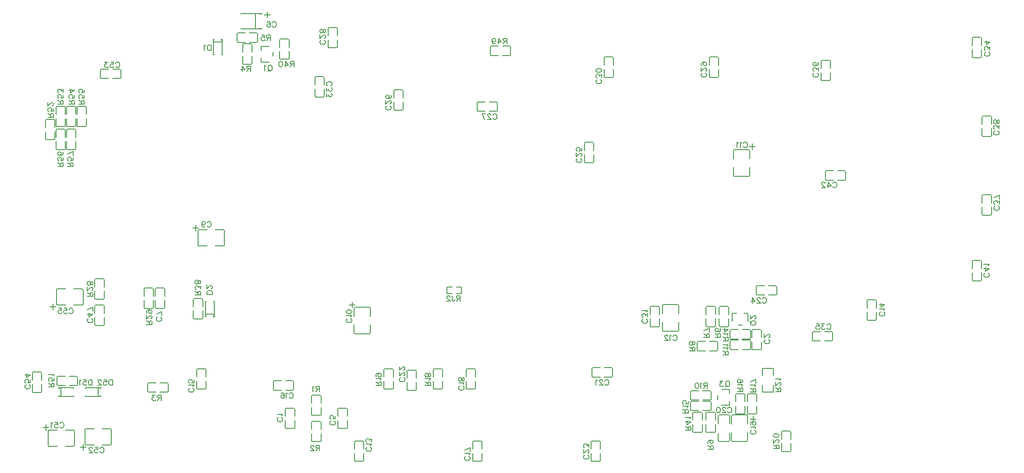
<source format=gbo>
G04 Layer: BottomSilkscreenLayer*
G04 EasyEDA v6.5.39, 2024-02-04 17:50:00*
G04 ca02cd42b7a24e50ad9d11446f9c8c94,5509f98a9368439c9cde498926e245b9,10*
G04 Gerber Generator version 0.2*
G04 Scale: 100 percent, Rotated: No, Reflected: No *
G04 Dimensions in inches *
G04 leading zeros omitted , absolute positions ,3 integer and 6 decimal *
%FSLAX36Y36*%
%MOIN*%

%ADD10C,0.0080*%
%ADD11C,0.0060*%

%LPD*%
D10*
X417500Y628000D02*
G01*
X417500Y583000D01*
X440000Y605500D02*
G01*
X395000Y605500D01*
X702500Y478000D02*
G01*
X702500Y433000D01*
X725000Y455500D02*
G01*
X680000Y455500D01*
X1557500Y2148000D02*
G01*
X1557500Y2103000D01*
X1580000Y2125500D02*
G01*
X1535000Y2125500D01*
X5792500Y2768000D02*
G01*
X5792500Y2723000D01*
X5815000Y2745500D02*
G01*
X5770000Y2745500D01*
X5797500Y693000D02*
G01*
X5797500Y648000D01*
X5820000Y670500D02*
G01*
X5775000Y670500D01*
X2747500Y1563000D02*
G01*
X2747500Y1518000D01*
X2770000Y1540500D02*
G01*
X2725000Y1540500D01*
X2102500Y3773000D02*
G01*
X2102500Y3728000D01*
X2125000Y3750500D02*
G01*
X2080000Y3750500D01*
X472500Y1548000D02*
G01*
X472500Y1503000D01*
X495000Y1525500D02*
G01*
X450000Y1525500D01*
D11*
X2127727Y3365408D02*
G01*
X2131818Y3363364D01*
X2135909Y3359272D01*
X2137955Y3355182D01*
X2140000Y3349045D01*
X2140000Y3338818D01*
X2137955Y3332682D01*
X2135909Y3328591D01*
X2131818Y3324499D01*
X2127727Y3322455D01*
X2119544Y3322455D01*
X2115455Y3324499D01*
X2111364Y3328591D01*
X2109318Y3332682D01*
X2107272Y3338818D01*
X2107272Y3349045D01*
X2109318Y3355182D01*
X2111364Y3359272D01*
X2115455Y3363364D01*
X2119544Y3365408D01*
X2127727Y3365408D01*
X2121590Y3330635D02*
G01*
X2109318Y3318364D01*
X2093773Y3357226D02*
G01*
X2089682Y3359272D01*
X2083545Y3365408D01*
X2083545Y3322455D01*
X5820409Y1397273D02*
G01*
X5818364Y1393182D01*
X5814273Y1389090D01*
X5810182Y1387044D01*
X5804044Y1385000D01*
X5793818Y1385000D01*
X5787682Y1387044D01*
X5783590Y1389090D01*
X5779499Y1393182D01*
X5777455Y1397273D01*
X5777455Y1405455D01*
X5779499Y1409544D01*
X5783590Y1413636D01*
X5787682Y1415682D01*
X5793818Y1417726D01*
X5804044Y1417726D01*
X5810182Y1415682D01*
X5814273Y1413636D01*
X5818364Y1409544D01*
X5820409Y1405455D01*
X5820409Y1397273D01*
X5785636Y1403409D02*
G01*
X5773364Y1415682D01*
X5810182Y1433272D02*
G01*
X5812227Y1433272D01*
X5816318Y1435318D01*
X5818364Y1437363D01*
X5820409Y1441455D01*
X5820409Y1449636D01*
X5818364Y1453726D01*
X5816318Y1455772D01*
X5812227Y1457818D01*
X5808136Y1457818D01*
X5804044Y1455772D01*
X5797909Y1451682D01*
X5777455Y1431226D01*
X5777455Y1459863D01*
X5607727Y960408D02*
G01*
X5611818Y958364D01*
X5615909Y954272D01*
X5617955Y950181D01*
X5620000Y944045D01*
X5620000Y933818D01*
X5617955Y927681D01*
X5615909Y923591D01*
X5611818Y919499D01*
X5607727Y917454D01*
X5599544Y917454D01*
X5595455Y919499D01*
X5591364Y923591D01*
X5589318Y927681D01*
X5587272Y933818D01*
X5587272Y944045D01*
X5589318Y950181D01*
X5591364Y954272D01*
X5595455Y958364D01*
X5599544Y960408D01*
X5607727Y960408D01*
X5601590Y925635D02*
G01*
X5589318Y913364D01*
X5569682Y960408D02*
G01*
X5547182Y960408D01*
X5559454Y944045D01*
X5553317Y944045D01*
X5549227Y941999D01*
X5547182Y939954D01*
X5545136Y933818D01*
X5545136Y929726D01*
X5547182Y923591D01*
X5551273Y919499D01*
X5557408Y917454D01*
X5563545Y917454D01*
X5569682Y919499D01*
X5571727Y921545D01*
X5573773Y925635D01*
X2210182Y680682D02*
G01*
X2214273Y678636D01*
X2218364Y674544D01*
X2220408Y670455D01*
X2220408Y662273D01*
X2218364Y658182D01*
X2214273Y654090D01*
X2210182Y652044D01*
X2204044Y650000D01*
X2193818Y650000D01*
X2187682Y652044D01*
X2183590Y654090D01*
X2179499Y658182D01*
X2177455Y662273D01*
X2177455Y670455D01*
X2179499Y674544D01*
X2183590Y678636D01*
X2187682Y680682D01*
X2212227Y694182D02*
G01*
X2214273Y698272D01*
X2220408Y704409D01*
X2177455Y704409D01*
X5915182Y1275682D02*
G01*
X5919273Y1273636D01*
X5923364Y1269544D01*
X5925409Y1265455D01*
X5925409Y1257273D01*
X5923364Y1253182D01*
X5919273Y1249090D01*
X5915182Y1247044D01*
X5909044Y1245000D01*
X5898818Y1245000D01*
X5892682Y1247044D01*
X5888590Y1249090D01*
X5884499Y1253182D01*
X5882455Y1257273D01*
X5882455Y1265455D01*
X5884499Y1269544D01*
X5888590Y1273636D01*
X5892682Y1275682D01*
X5915182Y1291226D02*
G01*
X5917227Y1291226D01*
X5921318Y1293272D01*
X5923364Y1295318D01*
X5925409Y1299409D01*
X5925409Y1307591D01*
X5923364Y1311682D01*
X5921318Y1313726D01*
X5917227Y1315772D01*
X5913136Y1315772D01*
X5909044Y1313726D01*
X5902909Y1309636D01*
X5882455Y1289182D01*
X5882455Y1317818D01*
X2610182Y655682D02*
G01*
X2614273Y653636D01*
X2618364Y649544D01*
X2620408Y645455D01*
X2620408Y637273D01*
X2618364Y633182D01*
X2614273Y629090D01*
X2610182Y627044D01*
X2604044Y625000D01*
X2593818Y625000D01*
X2587682Y627044D01*
X2583590Y629090D01*
X2579499Y633182D01*
X2577455Y637273D01*
X2577455Y645455D01*
X2579499Y649544D01*
X2583590Y653636D01*
X2587682Y655682D01*
X2620408Y693726D02*
G01*
X2620408Y673272D01*
X2601999Y671226D01*
X2604044Y673272D01*
X2606090Y679409D01*
X2606090Y685545D01*
X2604044Y691682D01*
X2599955Y695772D01*
X2593818Y697818D01*
X2589727Y697818D01*
X2583590Y695772D01*
X2579499Y691682D01*
X2577455Y685545D01*
X2577455Y679409D01*
X2579499Y673272D01*
X2581544Y671226D01*
X2585636Y669182D01*
X2885182Y455682D02*
G01*
X2889273Y453636D01*
X2893364Y449544D01*
X2895408Y445455D01*
X2895408Y437273D01*
X2893364Y433182D01*
X2889273Y429090D01*
X2885182Y427044D01*
X2879044Y425000D01*
X2868818Y425000D01*
X2862682Y427044D01*
X2858590Y429090D01*
X2854499Y433182D01*
X2852455Y437273D01*
X2852455Y445455D01*
X2854499Y449544D01*
X2858590Y453636D01*
X2862682Y455682D01*
X2887227Y469182D02*
G01*
X2889273Y473272D01*
X2895408Y479409D01*
X2852455Y479409D01*
X2895408Y496999D02*
G01*
X2895408Y519499D01*
X2879044Y507226D01*
X2879044Y513364D01*
X2876999Y517454D01*
X2874955Y519499D01*
X2868818Y521545D01*
X2864727Y521545D01*
X2858590Y519499D01*
X2854499Y515408D01*
X2852455Y509272D01*
X2852455Y503135D01*
X2854499Y496999D01*
X2856544Y494954D01*
X2860636Y492908D01*
X6790182Y1485682D02*
G01*
X6794273Y1483636D01*
X6798364Y1479544D01*
X6800409Y1475455D01*
X6800409Y1467273D01*
X6798364Y1463182D01*
X6794273Y1459090D01*
X6790182Y1457044D01*
X6784044Y1455000D01*
X6773818Y1455000D01*
X6767682Y1457044D01*
X6763590Y1459090D01*
X6759499Y1463182D01*
X6757455Y1467273D01*
X6757455Y1475455D01*
X6759499Y1479544D01*
X6763590Y1483636D01*
X6767682Y1485682D01*
X6792227Y1499182D02*
G01*
X6794273Y1503272D01*
X6800409Y1509409D01*
X6757455Y1509409D01*
X6800409Y1543364D02*
G01*
X6771773Y1522908D01*
X6771773Y1553591D01*
X6800409Y1543364D02*
G01*
X6757455Y1543364D01*
X1535182Y905682D02*
G01*
X1539273Y903636D01*
X1543364Y899544D01*
X1545408Y895455D01*
X1545408Y887273D01*
X1543364Y883182D01*
X1539273Y879090D01*
X1535182Y877044D01*
X1529044Y875000D01*
X1518818Y875000D01*
X1512682Y877044D01*
X1508590Y879090D01*
X1504499Y883182D01*
X1502455Y887273D01*
X1502455Y895455D01*
X1504499Y899544D01*
X1508590Y903636D01*
X1512682Y905682D01*
X1537227Y919182D02*
G01*
X1539273Y923272D01*
X1545408Y929409D01*
X1502455Y929409D01*
X1545408Y967454D02*
G01*
X1545408Y946999D01*
X1526999Y944954D01*
X1529044Y946999D01*
X1531090Y953135D01*
X1531090Y959272D01*
X1529044Y965408D01*
X1524955Y969499D01*
X1518818Y971545D01*
X1514727Y971545D01*
X1508590Y969499D01*
X1504499Y965408D01*
X1502455Y959272D01*
X1502455Y953135D01*
X1504499Y946999D01*
X1506544Y944954D01*
X1510636Y942908D01*
X2269318Y860181D02*
G01*
X2271364Y864272D01*
X2275455Y868364D01*
X2279544Y870408D01*
X2287727Y870408D01*
X2291818Y868364D01*
X2295909Y864272D01*
X2297955Y860181D01*
X2300000Y854045D01*
X2300000Y843818D01*
X2297955Y837681D01*
X2295909Y833591D01*
X2291818Y829499D01*
X2287727Y827454D01*
X2279544Y827454D01*
X2275455Y829499D01*
X2271364Y833591D01*
X2269318Y837681D01*
X2255817Y862226D02*
G01*
X2251727Y864272D01*
X2245591Y870408D01*
X2245591Y827454D01*
X2207545Y864272D02*
G01*
X2209591Y868364D01*
X2215726Y870408D01*
X2219817Y870408D01*
X2225955Y868364D01*
X2230045Y862226D01*
X2232091Y851999D01*
X2232091Y841772D01*
X2230045Y833591D01*
X2225955Y829499D01*
X2219817Y827454D01*
X2217772Y827454D01*
X2211635Y829499D01*
X2207545Y833591D01*
X2205500Y839726D01*
X2205500Y841772D01*
X2207545Y847908D01*
X2211635Y851999D01*
X2217772Y854045D01*
X2219817Y854045D01*
X2225955Y851999D01*
X2230045Y847908D01*
X2232091Y841772D01*
X3635182Y385682D02*
G01*
X3639273Y383636D01*
X3643364Y379544D01*
X3645408Y375455D01*
X3645408Y367273D01*
X3643364Y363182D01*
X3639273Y359090D01*
X3635182Y357044D01*
X3629044Y355000D01*
X3618818Y355000D01*
X3612682Y357044D01*
X3608590Y359090D01*
X3604499Y363182D01*
X3602455Y367273D01*
X3602455Y375455D01*
X3604499Y379544D01*
X3608590Y383636D01*
X3612682Y385682D01*
X3637227Y399182D02*
G01*
X3639273Y403272D01*
X3645408Y409409D01*
X3602455Y409409D01*
X3645408Y451545D02*
G01*
X3602455Y431091D01*
X3645408Y422908D02*
G01*
X3645408Y451545D01*
X3590182Y920682D02*
G01*
X3594273Y918636D01*
X3598364Y914544D01*
X3600408Y910455D01*
X3600408Y902273D01*
X3598364Y898182D01*
X3594273Y894090D01*
X3590182Y892044D01*
X3584044Y890000D01*
X3573818Y890000D01*
X3567682Y892044D01*
X3563590Y894090D01*
X3559499Y898182D01*
X3557455Y902273D01*
X3557455Y910455D01*
X3559499Y914544D01*
X3563590Y918636D01*
X3567682Y920682D01*
X3592227Y934182D02*
G01*
X3594273Y938272D01*
X3600408Y944409D01*
X3557455Y944409D01*
X3600408Y968135D02*
G01*
X3598364Y961999D01*
X3594273Y959954D01*
X3590182Y959954D01*
X3586090Y961999D01*
X3584044Y966091D01*
X3581999Y974272D01*
X3579955Y980408D01*
X3575864Y984499D01*
X3571773Y986545D01*
X3565636Y986545D01*
X3561544Y984499D01*
X3559499Y982454D01*
X3557455Y976318D01*
X3557455Y968135D01*
X3559499Y961999D01*
X3561544Y959954D01*
X3565636Y957908D01*
X3571773Y957908D01*
X3575864Y959954D01*
X3579955Y964045D01*
X3581999Y970181D01*
X3584044Y978364D01*
X3586090Y982454D01*
X3590182Y984499D01*
X3594273Y984499D01*
X3598364Y982454D01*
X3600408Y976318D01*
X3600408Y968135D01*
X4669318Y960181D02*
G01*
X4671364Y964272D01*
X4675455Y968364D01*
X4679544Y970408D01*
X4687727Y970408D01*
X4691818Y968364D01*
X4695909Y964272D01*
X4697955Y960181D01*
X4700000Y954045D01*
X4700000Y943818D01*
X4697955Y937681D01*
X4695909Y933591D01*
X4691818Y929499D01*
X4687727Y927454D01*
X4679544Y927454D01*
X4675455Y929499D01*
X4671364Y933591D01*
X4669318Y937681D01*
X4653773Y960181D02*
G01*
X4653773Y962226D01*
X4651727Y966318D01*
X4649682Y968364D01*
X4645591Y970408D01*
X4637408Y970408D01*
X4633317Y968364D01*
X4631273Y966318D01*
X4629227Y962226D01*
X4629227Y958135D01*
X4631273Y954045D01*
X4635364Y947908D01*
X4655817Y927454D01*
X4627182Y927454D01*
X4613681Y962226D02*
G01*
X4609591Y964272D01*
X4603455Y970408D01*
X4603455Y927454D01*
X3140182Y985682D02*
G01*
X3144273Y983636D01*
X3148364Y979544D01*
X3150408Y975455D01*
X3150408Y967273D01*
X3148364Y963182D01*
X3144273Y959090D01*
X3140182Y957044D01*
X3134044Y955000D01*
X3123818Y955000D01*
X3117682Y957044D01*
X3113590Y959090D01*
X3109499Y963182D01*
X3107455Y967273D01*
X3107455Y975455D01*
X3109499Y979544D01*
X3113590Y983636D01*
X3117682Y985682D01*
X3140182Y1001226D02*
G01*
X3142227Y1001226D01*
X3146318Y1003272D01*
X3148364Y1005318D01*
X3150408Y1009409D01*
X3150408Y1017591D01*
X3148364Y1021682D01*
X3146318Y1023726D01*
X3142227Y1025772D01*
X3138136Y1025772D01*
X3134044Y1023726D01*
X3127908Y1019636D01*
X3107455Y999182D01*
X3107455Y1027818D01*
X3140182Y1043364D02*
G01*
X3142227Y1043364D01*
X3146318Y1045408D01*
X3148364Y1047454D01*
X3150408Y1051545D01*
X3150408Y1059726D01*
X3148364Y1063818D01*
X3146318Y1065864D01*
X3142227Y1067908D01*
X3138136Y1067908D01*
X3134044Y1065864D01*
X3127908Y1061772D01*
X3107455Y1041318D01*
X3107455Y1069955D01*
X4540182Y395682D02*
G01*
X4544273Y393636D01*
X4548364Y389544D01*
X4550409Y385455D01*
X4550409Y377273D01*
X4548364Y373182D01*
X4544273Y369090D01*
X4540182Y367044D01*
X4534044Y365000D01*
X4523818Y365000D01*
X4517682Y367044D01*
X4513590Y369090D01*
X4509499Y373182D01*
X4507455Y377273D01*
X4507455Y385455D01*
X4509499Y389544D01*
X4513590Y393636D01*
X4517682Y395682D01*
X4540182Y411226D02*
G01*
X4542227Y411226D01*
X4546318Y413272D01*
X4548364Y415318D01*
X4550409Y419409D01*
X4550409Y427591D01*
X4548364Y431682D01*
X4546318Y433726D01*
X4542227Y435772D01*
X4538136Y435772D01*
X4534044Y433726D01*
X4527909Y429636D01*
X4507455Y409182D01*
X4507455Y437818D01*
X4550409Y455408D02*
G01*
X4550409Y477908D01*
X4534044Y465635D01*
X4534044Y471772D01*
X4531999Y475864D01*
X4529955Y477908D01*
X4523818Y479954D01*
X4519727Y479954D01*
X4513590Y477908D01*
X4509499Y473818D01*
X4507455Y467681D01*
X4507455Y461545D01*
X4509499Y455408D01*
X4511544Y453364D01*
X4515636Y451318D01*
X5869318Y1585181D02*
G01*
X5871364Y1589272D01*
X5875455Y1593364D01*
X5879544Y1595408D01*
X5887727Y1595408D01*
X5891818Y1593364D01*
X5895909Y1589272D01*
X5897955Y1585181D01*
X5900000Y1579045D01*
X5900000Y1568818D01*
X5897955Y1562681D01*
X5895909Y1558591D01*
X5891818Y1554499D01*
X5887727Y1552455D01*
X5879544Y1552455D01*
X5875455Y1554499D01*
X5871364Y1558591D01*
X5869318Y1562681D01*
X5853773Y1585181D02*
G01*
X5853773Y1587226D01*
X5851727Y1591318D01*
X5849682Y1593364D01*
X5845591Y1595408D01*
X5837408Y1595408D01*
X5833317Y1593364D01*
X5831273Y1591318D01*
X5829227Y1587226D01*
X5829227Y1583135D01*
X5831273Y1579045D01*
X5835364Y1572908D01*
X5855817Y1552455D01*
X5827182Y1552455D01*
X5793226Y1595408D02*
G01*
X5813681Y1566772D01*
X5783000Y1566772D01*
X5793226Y1595408D02*
G01*
X5793226Y1552455D01*
X4485182Y2655682D02*
G01*
X4489273Y2653636D01*
X4493364Y2649544D01*
X4495409Y2645455D01*
X4495409Y2637273D01*
X4493364Y2633182D01*
X4489273Y2629090D01*
X4485182Y2627044D01*
X4479044Y2625000D01*
X4468818Y2625000D01*
X4462682Y2627044D01*
X4458590Y2629090D01*
X4454499Y2633182D01*
X4452455Y2637273D01*
X4452455Y2645455D01*
X4454499Y2649544D01*
X4458590Y2653636D01*
X4462682Y2655682D01*
X4485182Y2671226D02*
G01*
X4487227Y2671226D01*
X4491318Y2673272D01*
X4493364Y2675318D01*
X4495409Y2679409D01*
X4495409Y2687591D01*
X4493364Y2691682D01*
X4491318Y2693726D01*
X4487227Y2695772D01*
X4483136Y2695772D01*
X4479044Y2693726D01*
X4472909Y2689636D01*
X4452455Y2669182D01*
X4452455Y2697818D01*
X4495409Y2735864D02*
G01*
X4495409Y2715408D01*
X4476999Y2713364D01*
X4479044Y2715408D01*
X4481090Y2721545D01*
X4481090Y2727682D01*
X4479044Y2733818D01*
X4474955Y2737908D01*
X4468818Y2739955D01*
X4464727Y2739955D01*
X4458590Y2737908D01*
X4454499Y2733818D01*
X4452455Y2727682D01*
X4452455Y2721545D01*
X4454499Y2715408D01*
X4456544Y2713364D01*
X4460636Y2711318D01*
X3035182Y3055682D02*
G01*
X3039273Y3053636D01*
X3043364Y3049544D01*
X3045408Y3045455D01*
X3045408Y3037273D01*
X3043364Y3033182D01*
X3039273Y3029090D01*
X3035182Y3027044D01*
X3029044Y3025000D01*
X3018818Y3025000D01*
X3012682Y3027044D01*
X3008590Y3029090D01*
X3004499Y3033182D01*
X3002455Y3037273D01*
X3002455Y3045455D01*
X3004499Y3049544D01*
X3008590Y3053636D01*
X3012682Y3055682D01*
X3035182Y3071226D02*
G01*
X3037227Y3071226D01*
X3041318Y3073272D01*
X3043364Y3075318D01*
X3045408Y3079409D01*
X3045408Y3087591D01*
X3043364Y3091682D01*
X3041318Y3093726D01*
X3037227Y3095772D01*
X3033136Y3095772D01*
X3029044Y3093726D01*
X3022908Y3089636D01*
X3002455Y3069182D01*
X3002455Y3097818D01*
X3039273Y3135864D02*
G01*
X3043364Y3133818D01*
X3045408Y3127682D01*
X3045408Y3123591D01*
X3043364Y3117455D01*
X3037227Y3113364D01*
X3026999Y3111318D01*
X3016773Y3111318D01*
X3008590Y3113364D01*
X3004499Y3117455D01*
X3002455Y3123591D01*
X3002455Y3125635D01*
X3004499Y3131772D01*
X3008590Y3135864D01*
X3014727Y3137908D01*
X3016773Y3137908D01*
X3022908Y3135864D01*
X3026999Y3131772D01*
X3029044Y3125635D01*
X3029044Y3123591D01*
X3026999Y3117455D01*
X3022908Y3113364D01*
X3016773Y3111318D01*
X3819318Y2985182D02*
G01*
X3821364Y2989272D01*
X3825455Y2993364D01*
X3829544Y2995408D01*
X3837727Y2995408D01*
X3841818Y2993364D01*
X3845909Y2989272D01*
X3847955Y2985182D01*
X3850000Y2979045D01*
X3850000Y2968818D01*
X3847955Y2962682D01*
X3845909Y2958591D01*
X3841818Y2954499D01*
X3837727Y2952455D01*
X3829544Y2952455D01*
X3825455Y2954499D01*
X3821364Y2958591D01*
X3819318Y2962682D01*
X3803773Y2985182D02*
G01*
X3803773Y2987226D01*
X3801727Y2991318D01*
X3799682Y2993364D01*
X3795591Y2995408D01*
X3787408Y2995408D01*
X3783317Y2993364D01*
X3781273Y2991318D01*
X3779227Y2987226D01*
X3779227Y2983135D01*
X3781273Y2979045D01*
X3785363Y2972908D01*
X3805817Y2952455D01*
X3777182Y2952455D01*
X3735045Y2995408D02*
G01*
X3755500Y2952455D01*
X3763681Y2995408D02*
G01*
X3735045Y2995408D01*
X2535182Y3555682D02*
G01*
X2539273Y3553636D01*
X2543364Y3549544D01*
X2545408Y3545455D01*
X2545408Y3537273D01*
X2543364Y3533182D01*
X2539273Y3529090D01*
X2535182Y3527044D01*
X2529044Y3525000D01*
X2518818Y3525000D01*
X2512682Y3527044D01*
X2508590Y3529090D01*
X2504499Y3533182D01*
X2502455Y3537273D01*
X2502455Y3545455D01*
X2504499Y3549544D01*
X2508590Y3553636D01*
X2512682Y3555682D01*
X2535182Y3571226D02*
G01*
X2537227Y3571226D01*
X2541318Y3573272D01*
X2543364Y3575318D01*
X2545408Y3579409D01*
X2545408Y3587591D01*
X2543364Y3591682D01*
X2541318Y3593726D01*
X2537227Y3595772D01*
X2533136Y3595772D01*
X2529044Y3593726D01*
X2522908Y3589636D01*
X2502455Y3569182D01*
X2502455Y3597818D01*
X2545408Y3621545D02*
G01*
X2543364Y3615408D01*
X2539273Y3613364D01*
X2535182Y3613364D01*
X2531090Y3615408D01*
X2529044Y3619499D01*
X2526999Y3627682D01*
X2524955Y3633818D01*
X2520864Y3637908D01*
X2516773Y3639955D01*
X2510636Y3639955D01*
X2506544Y3637908D01*
X2504499Y3635864D01*
X2502455Y3629726D01*
X2502455Y3621545D01*
X2504499Y3615408D01*
X2506544Y3613364D01*
X2510636Y3611318D01*
X2516773Y3611318D01*
X2520864Y3613364D01*
X2524955Y3617455D01*
X2526999Y3623591D01*
X2529044Y3631772D01*
X2531090Y3635864D01*
X2535182Y3637908D01*
X2539273Y3637908D01*
X2543364Y3635864D01*
X2545408Y3629726D01*
X2545408Y3621545D01*
X5435182Y3305682D02*
G01*
X5439273Y3303636D01*
X5443364Y3299544D01*
X5445409Y3295455D01*
X5445409Y3287273D01*
X5443364Y3283182D01*
X5439273Y3279090D01*
X5435182Y3277044D01*
X5429044Y3275000D01*
X5418818Y3275000D01*
X5412682Y3277044D01*
X5408590Y3279090D01*
X5404499Y3283182D01*
X5402455Y3287273D01*
X5402455Y3295455D01*
X5404499Y3299544D01*
X5408590Y3303636D01*
X5412682Y3305682D01*
X5435182Y3321226D02*
G01*
X5437227Y3321226D01*
X5441318Y3323272D01*
X5443364Y3325318D01*
X5445409Y3329409D01*
X5445409Y3337591D01*
X5443364Y3341682D01*
X5441318Y3343726D01*
X5437227Y3345772D01*
X5433136Y3345772D01*
X5429044Y3343726D01*
X5422909Y3339636D01*
X5402455Y3319182D01*
X5402455Y3347818D01*
X5431090Y3387908D02*
G01*
X5424955Y3385864D01*
X5420864Y3381772D01*
X5418818Y3375635D01*
X5418818Y3373591D01*
X5420864Y3367455D01*
X5424955Y3363364D01*
X5431090Y3361318D01*
X5433136Y3361318D01*
X5439273Y3363364D01*
X5443364Y3367455D01*
X5445409Y3373591D01*
X5445409Y3375635D01*
X5443364Y3381772D01*
X5439273Y3385864D01*
X5431090Y3387908D01*
X5420864Y3387908D01*
X5410636Y3385864D01*
X5404499Y3381772D01*
X5402455Y3375635D01*
X5402455Y3371545D01*
X5404499Y3365408D01*
X5408590Y3363364D01*
X4635182Y3255682D02*
G01*
X4639273Y3253636D01*
X4643364Y3249544D01*
X4645409Y3245455D01*
X4645409Y3237273D01*
X4643364Y3233182D01*
X4639273Y3229090D01*
X4635182Y3227044D01*
X4629044Y3225000D01*
X4618818Y3225000D01*
X4612682Y3227044D01*
X4608590Y3229090D01*
X4604499Y3233182D01*
X4602455Y3237273D01*
X4602455Y3245455D01*
X4604499Y3249544D01*
X4608590Y3253636D01*
X4612682Y3255682D01*
X4645409Y3273272D02*
G01*
X4645409Y3295772D01*
X4629044Y3283499D01*
X4629044Y3289636D01*
X4626999Y3293726D01*
X4624955Y3295772D01*
X4618818Y3297818D01*
X4614727Y3297818D01*
X4608590Y3295772D01*
X4604499Y3291682D01*
X4602455Y3285545D01*
X4602455Y3279409D01*
X4604499Y3273272D01*
X4606544Y3271226D01*
X4610636Y3269182D01*
X4645409Y3323591D02*
G01*
X4643364Y3317455D01*
X4637227Y3313364D01*
X4626999Y3311318D01*
X4620864Y3311318D01*
X4610636Y3313364D01*
X4604499Y3317455D01*
X4602455Y3323591D01*
X4602455Y3327682D01*
X4604499Y3333818D01*
X4610636Y3337908D01*
X4620864Y3339955D01*
X4626999Y3339955D01*
X4637227Y3337908D01*
X4643364Y3333818D01*
X4645409Y3327682D01*
X4645409Y3323591D01*
X4985182Y1430682D02*
G01*
X4989273Y1428636D01*
X4993364Y1424544D01*
X4995409Y1420455D01*
X4995409Y1412273D01*
X4993364Y1408182D01*
X4989273Y1404090D01*
X4985182Y1402044D01*
X4979044Y1400000D01*
X4968818Y1400000D01*
X4962682Y1402044D01*
X4958590Y1404090D01*
X4954499Y1408182D01*
X4952455Y1412273D01*
X4952455Y1420455D01*
X4954499Y1424544D01*
X4958590Y1428636D01*
X4962682Y1430682D01*
X4995409Y1448272D02*
G01*
X4995409Y1470772D01*
X4979044Y1458499D01*
X4979044Y1464636D01*
X4976999Y1468726D01*
X4974955Y1470772D01*
X4968818Y1472818D01*
X4964727Y1472818D01*
X4958590Y1470772D01*
X4954499Y1466682D01*
X4952455Y1460545D01*
X4952455Y1454409D01*
X4954499Y1448272D01*
X4956544Y1446226D01*
X4960636Y1444182D01*
X4987227Y1486318D02*
G01*
X4989273Y1490408D01*
X4995409Y1496545D01*
X4952455Y1496545D01*
X2562718Y3209317D02*
G01*
X2558626Y3211363D01*
X2554535Y3215455D01*
X2552491Y3219544D01*
X2552491Y3227727D01*
X2554535Y3231817D01*
X2558626Y3235909D01*
X2562718Y3237955D01*
X2568855Y3240000D01*
X2579081Y3240000D01*
X2585218Y3237955D01*
X2589309Y3235909D01*
X2593400Y3231817D01*
X2595444Y3227727D01*
X2595444Y3219544D01*
X2593400Y3215455D01*
X2589309Y3211363D01*
X2585218Y3209317D01*
X2552491Y3191727D02*
G01*
X2552491Y3169227D01*
X2568855Y3181500D01*
X2568855Y3175363D01*
X2570900Y3171273D01*
X2572944Y3169227D01*
X2579081Y3167181D01*
X2583172Y3167181D01*
X2589309Y3169227D01*
X2593400Y3173317D01*
X2595444Y3179454D01*
X2595444Y3185590D01*
X2593400Y3191727D01*
X2591355Y3193773D01*
X2587263Y3195817D01*
X2552491Y3149591D02*
G01*
X2552491Y3127091D01*
X2568855Y3139364D01*
X2568855Y3133227D01*
X2570900Y3129135D01*
X2572944Y3127091D01*
X2579081Y3125045D01*
X2583172Y3125045D01*
X2589309Y3127091D01*
X2593400Y3131181D01*
X2595444Y3137318D01*
X2595444Y3143454D01*
X2593400Y3149591D01*
X2591355Y3151635D01*
X2587263Y3153681D01*
X7590182Y3465682D02*
G01*
X7594273Y3463636D01*
X7598364Y3459544D01*
X7600409Y3455455D01*
X7600409Y3447273D01*
X7598364Y3443182D01*
X7594273Y3439090D01*
X7590182Y3437044D01*
X7584044Y3435000D01*
X7573818Y3435000D01*
X7567682Y3437044D01*
X7563590Y3439090D01*
X7559499Y3443182D01*
X7557455Y3447273D01*
X7557455Y3455455D01*
X7559499Y3459544D01*
X7563590Y3463636D01*
X7567682Y3465682D01*
X7600409Y3483272D02*
G01*
X7600409Y3505772D01*
X7584044Y3493499D01*
X7584044Y3499636D01*
X7581999Y3503726D01*
X7579955Y3505772D01*
X7573818Y3507818D01*
X7569727Y3507818D01*
X7563590Y3505772D01*
X7559499Y3501682D01*
X7557455Y3495545D01*
X7557455Y3489409D01*
X7559499Y3483272D01*
X7561544Y3481226D01*
X7565636Y3479182D01*
X7600409Y3541772D02*
G01*
X7571773Y3521318D01*
X7571773Y3551999D01*
X7600409Y3541772D02*
G01*
X7557455Y3541772D01*
X6359318Y1385181D02*
G01*
X6361364Y1389272D01*
X6365455Y1393364D01*
X6369544Y1395408D01*
X6377727Y1395408D01*
X6381818Y1393364D01*
X6385909Y1389272D01*
X6387955Y1385181D01*
X6390000Y1379045D01*
X6390000Y1368818D01*
X6387955Y1362681D01*
X6385909Y1358591D01*
X6381818Y1354499D01*
X6377727Y1352455D01*
X6369544Y1352455D01*
X6365455Y1354499D01*
X6361364Y1358591D01*
X6359318Y1362681D01*
X6341727Y1395408D02*
G01*
X6319227Y1395408D01*
X6331499Y1379045D01*
X6325364Y1379045D01*
X6321273Y1376999D01*
X6319227Y1374955D01*
X6317182Y1368818D01*
X6317182Y1364726D01*
X6319227Y1358591D01*
X6323317Y1354499D01*
X6329454Y1352455D01*
X6335591Y1352455D01*
X6341727Y1354499D01*
X6343773Y1356545D01*
X6345817Y1360635D01*
X6279135Y1395408D02*
G01*
X6299591Y1395408D01*
X6301635Y1376999D01*
X6299591Y1379045D01*
X6293455Y1381091D01*
X6287317Y1381091D01*
X6281181Y1379045D01*
X6277091Y1374955D01*
X6275045Y1368818D01*
X6275045Y1364726D01*
X6277091Y1358591D01*
X6281181Y1354499D01*
X6287317Y1352455D01*
X6293455Y1352455D01*
X6299591Y1354499D01*
X6301635Y1356545D01*
X6303681Y1360635D01*
X6285182Y3305682D02*
G01*
X6289273Y3303636D01*
X6293364Y3299544D01*
X6295409Y3295455D01*
X6295409Y3287273D01*
X6293364Y3283182D01*
X6289273Y3279090D01*
X6285182Y3277044D01*
X6279044Y3275000D01*
X6268818Y3275000D01*
X6262682Y3277044D01*
X6258590Y3279090D01*
X6254499Y3283182D01*
X6252455Y3287273D01*
X6252455Y3295455D01*
X6254499Y3299544D01*
X6258590Y3303636D01*
X6262682Y3305682D01*
X6295409Y3323272D02*
G01*
X6295409Y3345772D01*
X6279044Y3333499D01*
X6279044Y3339636D01*
X6276999Y3343726D01*
X6274955Y3345772D01*
X6268818Y3347818D01*
X6264727Y3347818D01*
X6258590Y3345772D01*
X6254499Y3341682D01*
X6252455Y3335545D01*
X6252455Y3329409D01*
X6254499Y3323272D01*
X6256544Y3321226D01*
X6260636Y3319182D01*
X6289273Y3385864D02*
G01*
X6293364Y3383818D01*
X6295409Y3377682D01*
X6295409Y3373591D01*
X6293364Y3367455D01*
X6287227Y3363364D01*
X6276999Y3361318D01*
X6266773Y3361318D01*
X6258590Y3363364D01*
X6254499Y3367455D01*
X6252455Y3373591D01*
X6252455Y3375635D01*
X6254499Y3381772D01*
X6258590Y3385864D01*
X6264727Y3387908D01*
X6266773Y3387908D01*
X6272909Y3385864D01*
X6276999Y3381772D01*
X6279044Y3375635D01*
X6279044Y3373591D01*
X6276999Y3367455D01*
X6272909Y3363364D01*
X6266773Y3361318D01*
X7662281Y2290682D02*
G01*
X7666373Y2288636D01*
X7670464Y2284544D01*
X7672509Y2280455D01*
X7672509Y2272273D01*
X7670464Y2268182D01*
X7666373Y2264090D01*
X7662281Y2262044D01*
X7656144Y2260000D01*
X7645918Y2260000D01*
X7639781Y2262044D01*
X7635690Y2264090D01*
X7631599Y2268182D01*
X7629555Y2272273D01*
X7629555Y2280455D01*
X7631599Y2284544D01*
X7635690Y2288636D01*
X7639781Y2290682D01*
X7672509Y2308272D02*
G01*
X7672509Y2330772D01*
X7656144Y2318499D01*
X7656144Y2324636D01*
X7654099Y2328726D01*
X7652055Y2330772D01*
X7645918Y2332818D01*
X7641827Y2332818D01*
X7635690Y2330772D01*
X7631599Y2326682D01*
X7629555Y2320545D01*
X7629555Y2314409D01*
X7631599Y2308272D01*
X7633644Y2306226D01*
X7637736Y2304182D01*
X7672509Y2374955D02*
G01*
X7629555Y2354499D01*
X7672509Y2346318D02*
G01*
X7672509Y2374955D01*
X7660182Y2865682D02*
G01*
X7664273Y2863636D01*
X7668364Y2859544D01*
X7670409Y2855455D01*
X7670409Y2847273D01*
X7668364Y2843182D01*
X7664273Y2839090D01*
X7660182Y2837044D01*
X7654044Y2835000D01*
X7643818Y2835000D01*
X7637682Y2837044D01*
X7633590Y2839090D01*
X7629499Y2843182D01*
X7627455Y2847273D01*
X7627455Y2855455D01*
X7629499Y2859544D01*
X7633590Y2863636D01*
X7637682Y2865682D01*
X7670409Y2883272D02*
G01*
X7670409Y2905772D01*
X7654044Y2893499D01*
X7654044Y2899636D01*
X7651999Y2903726D01*
X7649955Y2905772D01*
X7643818Y2907818D01*
X7639727Y2907818D01*
X7633590Y2905772D01*
X7629499Y2901682D01*
X7627455Y2895545D01*
X7627455Y2889409D01*
X7629499Y2883272D01*
X7631544Y2881226D01*
X7635636Y2879182D01*
X7670409Y2931545D02*
G01*
X7668364Y2925408D01*
X7664273Y2923364D01*
X7660182Y2923364D01*
X7656090Y2925408D01*
X7654044Y2929499D01*
X7651999Y2937682D01*
X7649955Y2943818D01*
X7645864Y2947908D01*
X7641773Y2949955D01*
X7635636Y2949955D01*
X7631544Y2947908D01*
X7629499Y2945864D01*
X7627455Y2939726D01*
X7627455Y2931545D01*
X7629499Y2925408D01*
X7631544Y2923364D01*
X7635636Y2921318D01*
X7641773Y2921318D01*
X7645864Y2923364D01*
X7649955Y2927455D01*
X7651999Y2933591D01*
X7654044Y2941772D01*
X7656090Y2945864D01*
X7660182Y2947908D01*
X7664273Y2947908D01*
X7668364Y2945864D01*
X7670409Y2939726D01*
X7670409Y2931545D01*
X7585182Y1780682D02*
G01*
X7589273Y1778636D01*
X7593364Y1774544D01*
X7595409Y1770455D01*
X7595409Y1762273D01*
X7593364Y1758182D01*
X7589273Y1754090D01*
X7585182Y1752044D01*
X7579044Y1750000D01*
X7568818Y1750000D01*
X7562682Y1752044D01*
X7558590Y1754090D01*
X7554499Y1758182D01*
X7552455Y1762273D01*
X7552455Y1770455D01*
X7554499Y1774544D01*
X7558590Y1778636D01*
X7562682Y1780682D01*
X7595409Y1814636D02*
G01*
X7566773Y1794182D01*
X7566773Y1824863D01*
X7595409Y1814636D02*
G01*
X7552455Y1814636D01*
X7587227Y1838364D02*
G01*
X7589273Y1842455D01*
X7595409Y1848591D01*
X7552455Y1848591D01*
X6404318Y2465182D02*
G01*
X6406364Y2469272D01*
X6410455Y2473364D01*
X6414544Y2475408D01*
X6422727Y2475408D01*
X6426818Y2473364D01*
X6430909Y2469272D01*
X6432955Y2465182D01*
X6435000Y2459045D01*
X6435000Y2448818D01*
X6432955Y2442682D01*
X6430909Y2438591D01*
X6426818Y2434499D01*
X6422727Y2432455D01*
X6414544Y2432455D01*
X6410455Y2434499D01*
X6406364Y2438591D01*
X6404318Y2442682D01*
X6370364Y2475408D02*
G01*
X6390817Y2446772D01*
X6360136Y2446772D01*
X6370364Y2475408D02*
G01*
X6370364Y2432455D01*
X6344591Y2465182D02*
G01*
X6344591Y2467226D01*
X6342545Y2471318D01*
X6340500Y2473364D01*
X6336409Y2475408D01*
X6328226Y2475408D01*
X6324135Y2473364D01*
X6322091Y2471318D01*
X6320045Y2467226D01*
X6320045Y2463135D01*
X6322091Y2459045D01*
X6326181Y2452908D01*
X6346635Y2432455D01*
X6318000Y2432455D01*
X765181Y1435682D02*
G01*
X769272Y1433636D01*
X773364Y1429544D01*
X775408Y1425455D01*
X775408Y1417273D01*
X773364Y1413182D01*
X769272Y1409090D01*
X765181Y1407044D01*
X759045Y1405000D01*
X748818Y1405000D01*
X742681Y1407044D01*
X738591Y1409090D01*
X734499Y1413182D01*
X732454Y1417273D01*
X732454Y1425455D01*
X734499Y1429544D01*
X738591Y1433636D01*
X742681Y1435682D01*
X775408Y1469636D02*
G01*
X746772Y1449182D01*
X746772Y1479863D01*
X775408Y1469636D02*
G01*
X732454Y1469636D01*
X775408Y1521999D02*
G01*
X732454Y1501545D01*
X775408Y1493364D02*
G01*
X775408Y1521999D01*
X949318Y3380182D02*
G01*
X951364Y3384272D01*
X955455Y3388364D01*
X959544Y3390408D01*
X967727Y3390408D01*
X971818Y3388364D01*
X975909Y3384272D01*
X977955Y3380182D01*
X980000Y3374045D01*
X980000Y3363818D01*
X977955Y3357682D01*
X975909Y3353591D01*
X971818Y3349499D01*
X967727Y3347455D01*
X959544Y3347455D01*
X955455Y3349499D01*
X951364Y3353591D01*
X949318Y3357682D01*
X911273Y3390408D02*
G01*
X931727Y3390408D01*
X933773Y3371999D01*
X931727Y3374045D01*
X925591Y3376091D01*
X919454Y3376091D01*
X913317Y3374045D01*
X909227Y3369955D01*
X907181Y3363818D01*
X907181Y3359726D01*
X909227Y3353591D01*
X913317Y3349499D01*
X919454Y3347455D01*
X925591Y3347455D01*
X931727Y3349499D01*
X933773Y3351545D01*
X935817Y3355635D01*
X889591Y3390408D02*
G01*
X867091Y3390408D01*
X879364Y3374045D01*
X873227Y3374045D01*
X869135Y3371999D01*
X867091Y3369955D01*
X865045Y3363818D01*
X865045Y3359726D01*
X867091Y3353591D01*
X871181Y3349499D01*
X877318Y3347455D01*
X883454Y3347455D01*
X889591Y3349499D01*
X891635Y3351545D01*
X893681Y3355635D01*
X290181Y930682D02*
G01*
X294272Y928636D01*
X298364Y924544D01*
X300408Y920455D01*
X300408Y912273D01*
X298364Y908182D01*
X294272Y904090D01*
X290181Y902044D01*
X284045Y900000D01*
X273818Y900000D01*
X267681Y902044D01*
X263591Y904090D01*
X259499Y908182D01*
X257454Y912273D01*
X257454Y920455D01*
X259499Y924544D01*
X263591Y928636D01*
X267681Y930682D01*
X300408Y968726D02*
G01*
X300408Y948272D01*
X281999Y946226D01*
X284045Y948272D01*
X286091Y954409D01*
X286091Y960545D01*
X284045Y966682D01*
X279954Y970772D01*
X273818Y972818D01*
X269726Y972818D01*
X263591Y970772D01*
X259499Y966682D01*
X257454Y960545D01*
X257454Y954409D01*
X259499Y948272D01*
X261545Y946226D01*
X265635Y944182D01*
X300408Y1006772D02*
G01*
X271772Y986318D01*
X271772Y1016999D01*
X300408Y1006772D02*
G01*
X257454Y1006772D01*
X775399Y1605000D02*
G01*
X732500Y1605000D01*
X775399Y1605000D02*
G01*
X775399Y1623400D01*
X773400Y1629499D01*
X771300Y1631599D01*
X767199Y1633600D01*
X763099Y1633600D01*
X759000Y1631599D01*
X756999Y1629499D01*
X755000Y1623400D01*
X755000Y1605000D01*
X755000Y1619299D02*
G01*
X732500Y1633600D01*
X765199Y1649200D02*
G01*
X767199Y1649200D01*
X771300Y1651199D01*
X773400Y1653299D01*
X775399Y1657399D01*
X775399Y1665500D01*
X773400Y1669600D01*
X771300Y1671700D01*
X767199Y1673699D01*
X763099Y1673699D01*
X759000Y1671700D01*
X752899Y1667600D01*
X732500Y1647100D01*
X732500Y1675799D01*
X775399Y1699499D02*
G01*
X773400Y1693400D01*
X769299Y1691300D01*
X765199Y1691300D01*
X761100Y1693400D01*
X759000Y1697500D01*
X756999Y1705599D01*
X755000Y1711799D01*
X750900Y1715900D01*
X746799Y1717899D01*
X740599Y1717899D01*
X736500Y1715900D01*
X734499Y1713800D01*
X732500Y1707699D01*
X732500Y1699499D01*
X734499Y1693400D01*
X736500Y1691300D01*
X740599Y1689299D01*
X746799Y1689299D01*
X750900Y1691300D01*
X755000Y1695399D01*
X756999Y1701500D01*
X759000Y1709699D01*
X761100Y1713800D01*
X765199Y1715900D01*
X769299Y1715900D01*
X773400Y1713800D01*
X775399Y1707699D01*
X775399Y1699499D01*
X1225399Y1390000D02*
G01*
X1182500Y1390000D01*
X1225399Y1390000D02*
G01*
X1225399Y1408400D01*
X1223400Y1414499D01*
X1221300Y1416599D01*
X1217200Y1418600D01*
X1213100Y1418600D01*
X1208999Y1416599D01*
X1206999Y1414499D01*
X1205000Y1408400D01*
X1205000Y1390000D01*
X1205000Y1404299D02*
G01*
X1182500Y1418600D01*
X1215200Y1434200D02*
G01*
X1217200Y1434200D01*
X1221300Y1436199D01*
X1223400Y1438299D01*
X1225399Y1442399D01*
X1225399Y1450500D01*
X1223400Y1454600D01*
X1221300Y1456700D01*
X1217200Y1458699D01*
X1213100Y1458699D01*
X1208999Y1456700D01*
X1202899Y1452600D01*
X1182500Y1432100D01*
X1182500Y1460799D01*
X1211099Y1500900D02*
G01*
X1205000Y1498800D01*
X1200900Y1494699D01*
X1198800Y1488600D01*
X1198800Y1486500D01*
X1200900Y1480399D01*
X1205000Y1476300D01*
X1211099Y1474299D01*
X1213100Y1474299D01*
X1219300Y1476300D01*
X1223400Y1480399D01*
X1225399Y1486500D01*
X1225399Y1488600D01*
X1223400Y1494699D01*
X1219300Y1498800D01*
X1211099Y1500900D01*
X1200900Y1500900D01*
X1190600Y1498800D01*
X1184499Y1494699D01*
X1182500Y1488600D01*
X1182500Y1484499D01*
X1184499Y1478400D01*
X1188599Y1476300D01*
X5720409Y880000D02*
G01*
X5677455Y880000D01*
X5720409Y880000D02*
G01*
X5720409Y898409D01*
X5718364Y904544D01*
X5716318Y906590D01*
X5712227Y908636D01*
X5708136Y908636D01*
X5704044Y906590D01*
X5701999Y904544D01*
X5699955Y898409D01*
X5699955Y880000D01*
X5699955Y894317D02*
G01*
X5677455Y908636D01*
X5712227Y922136D02*
G01*
X5714273Y926226D01*
X5720409Y932363D01*
X5677455Y932363D01*
X5714273Y970408D02*
G01*
X5718364Y968364D01*
X5720409Y962226D01*
X5720409Y958135D01*
X5718364Y951999D01*
X5712227Y947908D01*
X5701999Y945864D01*
X5691773Y945864D01*
X5683590Y947908D01*
X5679499Y951999D01*
X5677455Y958135D01*
X5677455Y960181D01*
X5679499Y966318D01*
X5683590Y970408D01*
X5689727Y972454D01*
X5691773Y972454D01*
X5697909Y970408D01*
X5701999Y966318D01*
X5704044Y960181D01*
X5704044Y958135D01*
X5701999Y951999D01*
X5697909Y947908D01*
X5691773Y945864D01*
X5819228Y876680D02*
G01*
X5776274Y876680D01*
X5819228Y876680D02*
G01*
X5819228Y895088D01*
X5817183Y901224D01*
X5815137Y903270D01*
X5811046Y905315D01*
X5806956Y905315D01*
X5802865Y903270D01*
X5800820Y901224D01*
X5798774Y895088D01*
X5798774Y876680D01*
X5798774Y890997D02*
G01*
X5776274Y905315D01*
X5811046Y918816D02*
G01*
X5813092Y922907D01*
X5819228Y929043D01*
X5776274Y929043D01*
X5819228Y971179D02*
G01*
X5776274Y950725D01*
X5819228Y942543D02*
G01*
X5819228Y971179D01*
X6010400Y880000D02*
G01*
X5967500Y880000D01*
X6010400Y880000D02*
G01*
X6010400Y898400D01*
X6008400Y904499D01*
X6006300Y906599D01*
X6002200Y908600D01*
X5998100Y908600D01*
X5993999Y906599D01*
X5991999Y904499D01*
X5990000Y898400D01*
X5990000Y880000D01*
X5990000Y894299D02*
G01*
X5967500Y908600D01*
X6000200Y924200D02*
G01*
X6002200Y924200D01*
X6006300Y926199D01*
X6008400Y928299D01*
X6010400Y932399D01*
X6010400Y940500D01*
X6008400Y944600D01*
X6006300Y946700D01*
X6002200Y948699D01*
X5998100Y948699D01*
X5993999Y946700D01*
X5987900Y942600D01*
X5967500Y922100D01*
X5967500Y950799D01*
X6002200Y964299D02*
G01*
X6004300Y968400D01*
X6010400Y974499D01*
X5967500Y974499D01*
X524297Y635201D02*
G01*
X526397Y639301D01*
X530497Y643402D01*
X534497Y645401D01*
X542698Y645401D01*
X546797Y643402D01*
X550898Y639301D01*
X552997Y635201D01*
X554998Y629002D01*
X554998Y618802D01*
X552997Y612701D01*
X550898Y608602D01*
X546797Y604502D01*
X542698Y602501D01*
X534497Y602501D01*
X530497Y604502D01*
X526397Y608602D01*
X524297Y612701D01*
X486298Y645401D02*
G01*
X506698Y645401D01*
X508798Y627002D01*
X506698Y629002D01*
X500597Y631102D01*
X494497Y631102D01*
X488297Y629002D01*
X484198Y625001D01*
X482197Y618802D01*
X482197Y614702D01*
X484198Y608602D01*
X488297Y604502D01*
X494497Y602501D01*
X500597Y602501D01*
X506698Y604502D01*
X508798Y606502D01*
X510797Y610601D01*
X468697Y637202D02*
G01*
X464598Y639301D01*
X458497Y645401D01*
X458497Y602501D01*
X829297Y445201D02*
G01*
X831397Y449301D01*
X835497Y453402D01*
X839497Y455401D01*
X847698Y455401D01*
X851797Y453402D01*
X855898Y449301D01*
X857997Y445201D01*
X859998Y439002D01*
X859998Y428802D01*
X857997Y422701D01*
X855898Y418602D01*
X851797Y414502D01*
X847698Y412501D01*
X839497Y412501D01*
X835497Y414502D01*
X831397Y418602D01*
X829297Y422701D01*
X791298Y455401D02*
G01*
X811698Y455401D01*
X813798Y437002D01*
X811698Y439002D01*
X805598Y441102D01*
X799497Y441102D01*
X793297Y439002D01*
X789198Y435001D01*
X787197Y428802D01*
X787197Y424702D01*
X789198Y418602D01*
X793297Y414502D01*
X799497Y412501D01*
X805598Y412501D01*
X811698Y414502D01*
X813798Y416502D01*
X815797Y420601D01*
X771597Y445201D02*
G01*
X771597Y447202D01*
X769598Y451302D01*
X767498Y453402D01*
X763497Y455401D01*
X755297Y455401D01*
X751197Y453402D01*
X749097Y451302D01*
X747098Y447202D01*
X747098Y443101D01*
X749097Y439002D01*
X753198Y432901D01*
X773697Y412501D01*
X744998Y412501D01*
X594297Y1505201D02*
G01*
X596397Y1509301D01*
X600497Y1513402D01*
X604497Y1515401D01*
X612698Y1515401D01*
X616797Y1513402D01*
X620898Y1509301D01*
X622997Y1505201D01*
X624998Y1499002D01*
X624998Y1488802D01*
X622997Y1482701D01*
X620898Y1478602D01*
X616797Y1474502D01*
X612698Y1472501D01*
X604497Y1472501D01*
X600497Y1474502D01*
X596397Y1478602D01*
X594297Y1482701D01*
X556298Y1515401D02*
G01*
X576698Y1515401D01*
X578798Y1497002D01*
X576698Y1499002D01*
X570598Y1501102D01*
X564497Y1501102D01*
X558297Y1499002D01*
X554198Y1495001D01*
X552197Y1488802D01*
X552197Y1484702D01*
X554198Y1478602D01*
X558297Y1474502D01*
X564497Y1472501D01*
X570598Y1472501D01*
X576698Y1474502D01*
X578798Y1476502D01*
X580797Y1480601D01*
X514097Y1515401D02*
G01*
X534598Y1515401D01*
X536597Y1497002D01*
X534598Y1499002D01*
X528497Y1501102D01*
X522298Y1501102D01*
X516197Y1499002D01*
X512098Y1495001D01*
X509998Y1488802D01*
X509998Y1484702D01*
X512098Y1478602D01*
X516197Y1474502D01*
X522298Y1472501D01*
X528497Y1472501D01*
X534598Y1474502D01*
X536597Y1476502D01*
X538697Y1480601D01*
X770000Y970399D02*
G01*
X770000Y927500D01*
X770000Y970399D02*
G01*
X755700Y970399D01*
X749499Y968400D01*
X745500Y964299D01*
X743400Y960199D01*
X741399Y954000D01*
X741399Y943800D01*
X743400Y937699D01*
X745500Y933600D01*
X749499Y929499D01*
X755700Y927500D01*
X770000Y927500D01*
X703299Y970399D02*
G01*
X723800Y970399D01*
X725799Y951999D01*
X723800Y954000D01*
X717600Y956100D01*
X711500Y956100D01*
X705399Y954000D01*
X701300Y950000D01*
X699200Y943800D01*
X699200Y939699D01*
X701300Y933600D01*
X705399Y929499D01*
X711500Y927500D01*
X717600Y927500D01*
X723800Y929499D01*
X725799Y931500D01*
X727899Y935599D01*
X685700Y962199D02*
G01*
X681599Y964299D01*
X675500Y970399D01*
X675500Y927500D01*
X925000Y970399D02*
G01*
X925000Y927500D01*
X925000Y970399D02*
G01*
X910699Y970399D01*
X904499Y968400D01*
X900500Y964299D01*
X898400Y960199D01*
X896399Y954000D01*
X896399Y943800D01*
X898400Y937699D01*
X900500Y933600D01*
X904499Y929499D01*
X910699Y927500D01*
X925000Y927500D01*
X858299Y970399D02*
G01*
X878800Y970399D01*
X880799Y951999D01*
X878800Y954000D01*
X872600Y956100D01*
X866500Y956100D01*
X860399Y954000D01*
X856300Y950000D01*
X854200Y943800D01*
X854200Y939699D01*
X856300Y933600D01*
X860399Y929499D01*
X866500Y927500D01*
X872600Y927500D01*
X878800Y929499D01*
X880799Y931500D01*
X882899Y935599D01*
X838699Y960199D02*
G01*
X838699Y962199D01*
X836599Y966300D01*
X834600Y968400D01*
X830500Y970399D01*
X822300Y970399D01*
X818200Y968400D01*
X816199Y966300D01*
X814099Y962199D01*
X814099Y958099D01*
X816199Y954000D01*
X820300Y947899D01*
X840700Y927500D01*
X812100Y927500D01*
X480399Y915000D02*
G01*
X437500Y915000D01*
X480399Y915000D02*
G01*
X480399Y933400D01*
X478400Y939499D01*
X476300Y941599D01*
X472199Y943600D01*
X468099Y943600D01*
X464000Y941599D01*
X461999Y939499D01*
X460000Y933400D01*
X460000Y915000D01*
X460000Y929299D02*
G01*
X437500Y943600D01*
X480399Y981700D02*
G01*
X480399Y961199D01*
X461999Y959200D01*
X464000Y961199D01*
X466100Y967399D01*
X466100Y973499D01*
X464000Y979600D01*
X460000Y983699D01*
X453800Y985799D01*
X449699Y985799D01*
X443600Y983699D01*
X439499Y979600D01*
X437500Y973499D01*
X437500Y967399D01*
X439499Y961199D01*
X441500Y959200D01*
X445599Y957100D01*
X472199Y999299D02*
G01*
X474299Y1003400D01*
X480399Y1009499D01*
X437500Y1009499D01*
X475401Y2970001D02*
G01*
X432501Y2970001D01*
X475401Y2970001D02*
G01*
X475401Y2988402D01*
X473402Y2994502D01*
X471302Y2996601D01*
X467202Y2998602D01*
X463101Y2998602D01*
X459002Y2996601D01*
X457002Y2994502D01*
X455001Y2988402D01*
X455001Y2970001D01*
X455001Y2984301D02*
G01*
X432501Y2998602D01*
X475401Y3036702D02*
G01*
X475401Y3016201D01*
X457002Y3014202D01*
X459002Y3016201D01*
X461102Y3022402D01*
X461102Y3028501D01*
X459002Y3034602D01*
X455001Y3038701D01*
X448802Y3040801D01*
X444702Y3040801D01*
X438602Y3038701D01*
X434502Y3034602D01*
X432501Y3028501D01*
X432501Y3022402D01*
X434502Y3016201D01*
X436502Y3014202D01*
X440601Y3012102D01*
X465201Y3056302D02*
G01*
X467202Y3056302D01*
X471302Y3058402D01*
X473402Y3060401D01*
X475401Y3064502D01*
X475401Y3072701D01*
X473402Y3076801D01*
X471302Y3078802D01*
X467202Y3080902D01*
X463101Y3080902D01*
X459002Y3078802D01*
X452901Y3074702D01*
X432501Y3054301D01*
X432501Y3082901D01*
X550401Y3070001D02*
G01*
X507501Y3070001D01*
X550401Y3070001D02*
G01*
X550401Y3088402D01*
X548402Y3094502D01*
X546302Y3096601D01*
X542202Y3098602D01*
X538101Y3098602D01*
X534002Y3096601D01*
X532002Y3094502D01*
X530001Y3088402D01*
X530001Y3070001D01*
X530001Y3084301D02*
G01*
X507501Y3098602D01*
X550401Y3136702D02*
G01*
X550401Y3116201D01*
X532002Y3114202D01*
X534002Y3116201D01*
X536102Y3122402D01*
X536102Y3128501D01*
X534002Y3134602D01*
X530001Y3138701D01*
X523802Y3140801D01*
X519702Y3140801D01*
X513602Y3138701D01*
X509502Y3134602D01*
X507501Y3128501D01*
X507501Y3122402D01*
X509502Y3116201D01*
X511502Y3114202D01*
X515601Y3112102D01*
X550401Y3158402D02*
G01*
X550401Y3180902D01*
X534002Y3168602D01*
X534002Y3174702D01*
X532002Y3178802D01*
X530001Y3180902D01*
X523802Y3182901D01*
X519702Y3182901D01*
X513602Y3180902D01*
X509502Y3176801D01*
X507501Y3170601D01*
X507501Y3164502D01*
X509502Y3158402D01*
X511502Y3156302D01*
X515601Y3154301D01*
X635401Y3070001D02*
G01*
X592501Y3070001D01*
X635401Y3070001D02*
G01*
X635401Y3088402D01*
X633402Y3094502D01*
X631302Y3096601D01*
X627202Y3098602D01*
X623101Y3098602D01*
X619002Y3096601D01*
X617002Y3094502D01*
X615001Y3088402D01*
X615001Y3070001D01*
X615001Y3084301D02*
G01*
X592501Y3098602D01*
X635401Y3136702D02*
G01*
X635401Y3116201D01*
X617002Y3114202D01*
X619002Y3116201D01*
X621102Y3122402D01*
X621102Y3128501D01*
X619002Y3134602D01*
X615001Y3138701D01*
X608802Y3140801D01*
X604702Y3140801D01*
X598602Y3138701D01*
X594502Y3134602D01*
X592501Y3128501D01*
X592501Y3122402D01*
X594502Y3116201D01*
X596502Y3114202D01*
X600601Y3112102D01*
X635401Y3174702D02*
G01*
X606801Y3154301D01*
X606801Y3185001D01*
X635401Y3174702D02*
G01*
X592501Y3174702D01*
X710401Y3070001D02*
G01*
X667501Y3070001D01*
X710401Y3070001D02*
G01*
X710401Y3088402D01*
X708402Y3094502D01*
X706302Y3096601D01*
X702202Y3098602D01*
X698101Y3098602D01*
X694002Y3096601D01*
X692002Y3094502D01*
X690001Y3088402D01*
X690001Y3070001D01*
X690001Y3084301D02*
G01*
X667501Y3098602D01*
X710401Y3136702D02*
G01*
X710401Y3116201D01*
X692002Y3114202D01*
X694002Y3116201D01*
X696102Y3122402D01*
X696102Y3128501D01*
X694002Y3134602D01*
X690001Y3138701D01*
X683802Y3140801D01*
X679702Y3140801D01*
X673602Y3138701D01*
X669502Y3134602D01*
X667501Y3128501D01*
X667501Y3122402D01*
X669502Y3116201D01*
X671502Y3114202D01*
X675601Y3112102D01*
X710401Y3178802D02*
G01*
X710401Y3158402D01*
X692002Y3156302D01*
X694002Y3158402D01*
X696102Y3164502D01*
X696102Y3170601D01*
X694002Y3176801D01*
X690001Y3180902D01*
X683802Y3182901D01*
X679702Y3182901D01*
X673602Y3180902D01*
X669502Y3176801D01*
X667501Y3170601D01*
X667501Y3164502D01*
X669502Y3158402D01*
X671502Y3156302D01*
X675601Y3154301D01*
X550401Y2595001D02*
G01*
X507501Y2595001D01*
X550401Y2595001D02*
G01*
X550401Y2613402D01*
X548402Y2619502D01*
X546302Y2621601D01*
X542202Y2623602D01*
X538101Y2623602D01*
X534002Y2621601D01*
X532002Y2619502D01*
X530001Y2613402D01*
X530001Y2595001D01*
X530001Y2609301D02*
G01*
X507501Y2623602D01*
X550401Y2661702D02*
G01*
X550401Y2641201D01*
X532002Y2639202D01*
X534002Y2641201D01*
X536102Y2647402D01*
X536102Y2653501D01*
X534002Y2659602D01*
X530001Y2663701D01*
X523802Y2665801D01*
X519702Y2665801D01*
X513602Y2663701D01*
X509502Y2659602D01*
X507501Y2653501D01*
X507501Y2647402D01*
X509502Y2641201D01*
X511502Y2639202D01*
X515601Y2637102D01*
X544301Y2703802D02*
G01*
X548402Y2701801D01*
X550401Y2695601D01*
X550401Y2691502D01*
X548402Y2685401D01*
X542202Y2681302D01*
X532002Y2679301D01*
X521801Y2679301D01*
X513602Y2681302D01*
X509502Y2685401D01*
X507501Y2691502D01*
X507501Y2693602D01*
X509502Y2699702D01*
X513602Y2703802D01*
X519702Y2705902D01*
X521801Y2705902D01*
X527901Y2703802D01*
X532002Y2699702D01*
X534002Y2693602D01*
X534002Y2691502D01*
X532002Y2685401D01*
X527901Y2681302D01*
X521801Y2679301D01*
X625401Y2595001D02*
G01*
X582501Y2595001D01*
X625401Y2595001D02*
G01*
X625401Y2613402D01*
X623402Y2619502D01*
X621302Y2621601D01*
X617202Y2623602D01*
X613101Y2623602D01*
X609002Y2621601D01*
X607002Y2619502D01*
X605001Y2613402D01*
X605001Y2595001D01*
X605001Y2609301D02*
G01*
X582501Y2623602D01*
X625401Y2661702D02*
G01*
X625401Y2641201D01*
X607002Y2639202D01*
X609002Y2641201D01*
X611102Y2647402D01*
X611102Y2653501D01*
X609002Y2659602D01*
X605001Y2663701D01*
X598802Y2665801D01*
X594702Y2665801D01*
X588602Y2663701D01*
X584502Y2659602D01*
X582501Y2653501D01*
X582501Y2647402D01*
X584502Y2641201D01*
X586502Y2639202D01*
X590601Y2637102D01*
X625401Y2707901D02*
G01*
X582501Y2687501D01*
X625401Y2679301D02*
G01*
X625401Y2707901D01*
X1644300Y2165200D02*
G01*
X1646400Y2169299D01*
X1650500Y2173400D01*
X1654499Y2175399D01*
X1662700Y2175399D01*
X1666800Y2173400D01*
X1670900Y2169299D01*
X1673000Y2165200D01*
X1675000Y2159000D01*
X1675000Y2148800D01*
X1673000Y2142700D01*
X1670900Y2138600D01*
X1666800Y2134499D01*
X1662700Y2132500D01*
X1654499Y2132500D01*
X1650500Y2134499D01*
X1646400Y2138600D01*
X1644300Y2142700D01*
X1604200Y2161100D02*
G01*
X1606300Y2155000D01*
X1610399Y2150900D01*
X1616499Y2148800D01*
X1618500Y2148800D01*
X1624700Y2150900D01*
X1628800Y2155000D01*
X1630799Y2161100D01*
X1630799Y2163099D01*
X1628800Y2169299D01*
X1624700Y2173400D01*
X1618500Y2175399D01*
X1616499Y2175399D01*
X1610399Y2173400D01*
X1606300Y2169299D01*
X1604200Y2161100D01*
X1604200Y2150900D01*
X1606300Y2140599D01*
X1610399Y2134499D01*
X1616499Y2132500D01*
X1620600Y2132500D01*
X1626700Y2134499D01*
X1628800Y2138600D01*
X1685399Y1620000D02*
G01*
X1642500Y1620000D01*
X1685399Y1620000D02*
G01*
X1685399Y1634299D01*
X1683400Y1640500D01*
X1679300Y1644499D01*
X1675200Y1646599D01*
X1668999Y1648600D01*
X1658800Y1648600D01*
X1652700Y1646599D01*
X1648599Y1644499D01*
X1644499Y1640500D01*
X1642500Y1634299D01*
X1642500Y1620000D01*
X1675200Y1664200D02*
G01*
X1677200Y1664200D01*
X1681300Y1666199D01*
X1683400Y1668299D01*
X1685399Y1672399D01*
X1685399Y1680500D01*
X1683400Y1684600D01*
X1681300Y1686700D01*
X1677200Y1688699D01*
X1673100Y1688699D01*
X1668999Y1686700D01*
X1662899Y1682600D01*
X1642500Y1662100D01*
X1642500Y1690799D01*
X1595399Y1615000D02*
G01*
X1552500Y1615000D01*
X1595399Y1615000D02*
G01*
X1595399Y1633400D01*
X1593400Y1639499D01*
X1591300Y1641599D01*
X1587200Y1643600D01*
X1583100Y1643600D01*
X1578999Y1641599D01*
X1576999Y1639499D01*
X1575000Y1633400D01*
X1575000Y1615000D01*
X1575000Y1629299D02*
G01*
X1552500Y1643600D01*
X1595399Y1661199D02*
G01*
X1595399Y1683699D01*
X1578999Y1671500D01*
X1578999Y1677600D01*
X1576999Y1681700D01*
X1575000Y1683699D01*
X1568800Y1685799D01*
X1564700Y1685799D01*
X1558599Y1683699D01*
X1554499Y1679600D01*
X1552500Y1673499D01*
X1552500Y1667399D01*
X1554499Y1661199D01*
X1556499Y1659200D01*
X1560600Y1657100D01*
X1595399Y1709499D02*
G01*
X1593400Y1703400D01*
X1589300Y1701300D01*
X1585200Y1701300D01*
X1581099Y1703400D01*
X1578999Y1707500D01*
X1576999Y1715599D01*
X1575000Y1721799D01*
X1570900Y1725900D01*
X1566800Y1727899D01*
X1560600Y1727899D01*
X1556499Y1725900D01*
X1554499Y1723800D01*
X1552500Y1717699D01*
X1552500Y1709499D01*
X1554499Y1703400D01*
X1556499Y1701300D01*
X1560600Y1699299D01*
X1566800Y1699299D01*
X1570900Y1701300D01*
X1575000Y1705399D01*
X1576999Y1711500D01*
X1578999Y1719699D01*
X1581099Y1723800D01*
X1585200Y1725900D01*
X1589300Y1725900D01*
X1593400Y1723800D01*
X1595399Y1717699D01*
X1595399Y1709499D01*
X5995400Y445000D02*
G01*
X5952500Y445000D01*
X5995400Y445000D02*
G01*
X5995400Y463400D01*
X5993400Y469499D01*
X5991300Y471599D01*
X5987200Y473600D01*
X5983100Y473600D01*
X5978999Y471599D01*
X5976999Y469499D01*
X5975000Y463400D01*
X5975000Y445000D01*
X5975000Y459299D02*
G01*
X5952500Y473600D01*
X5985200Y489200D02*
G01*
X5987200Y489200D01*
X5991300Y491199D01*
X5993400Y493299D01*
X5995400Y497399D01*
X5995400Y505500D01*
X5993400Y509600D01*
X5991300Y511700D01*
X5987200Y513699D01*
X5983100Y513699D01*
X5978999Y511700D01*
X5972900Y507600D01*
X5952500Y487100D01*
X5952500Y515799D01*
X5995400Y541500D02*
G01*
X5993400Y535399D01*
X5987200Y531300D01*
X5976999Y529299D01*
X5970900Y529299D01*
X5960600Y531300D01*
X5954499Y535399D01*
X5952500Y541500D01*
X5952500Y545599D01*
X5954499Y551799D01*
X5960600Y555900D01*
X5970900Y557899D01*
X5976999Y557899D01*
X5987200Y555900D01*
X5993400Y551799D01*
X5995400Y545599D01*
X5995400Y541500D01*
X2500000Y920408D02*
G01*
X2500000Y877454D01*
X2500000Y920408D02*
G01*
X2481590Y920408D01*
X2475455Y918364D01*
X2473409Y916318D01*
X2471364Y912226D01*
X2471364Y908135D01*
X2473409Y904045D01*
X2475455Y901999D01*
X2481590Y899954D01*
X2500000Y899954D01*
X2485681Y899954D02*
G01*
X2471364Y877454D01*
X2457863Y912226D02*
G01*
X2453773Y914272D01*
X2447636Y920408D01*
X2447636Y877454D01*
X2500000Y470408D02*
G01*
X2500000Y427454D01*
X2500000Y470408D02*
G01*
X2481590Y470408D01*
X2475455Y468364D01*
X2473409Y466318D01*
X2471364Y462226D01*
X2471364Y458135D01*
X2473409Y454045D01*
X2475455Y451999D01*
X2481590Y449954D01*
X2500000Y449954D01*
X2485681Y449954D02*
G01*
X2471364Y427454D01*
X2455817Y460181D02*
G01*
X2455817Y462226D01*
X2453773Y466318D01*
X2451727Y468364D01*
X2447636Y470408D01*
X2439454Y470408D01*
X2435363Y468364D01*
X2433317Y466318D01*
X2431273Y462226D01*
X2431273Y458135D01*
X2433317Y454045D01*
X2437408Y447908D01*
X2457863Y427454D01*
X2429227Y427454D01*
X1295780Y852548D02*
G01*
X1295780Y809594D01*
X1295780Y852548D02*
G01*
X1277371Y852548D01*
X1271234Y850504D01*
X1269188Y848458D01*
X1267143Y844367D01*
X1267143Y840275D01*
X1269188Y836185D01*
X1271234Y834140D01*
X1277371Y832094D01*
X1295780Y832094D01*
X1281462Y832094D02*
G01*
X1267143Y809594D01*
X1249552Y852548D02*
G01*
X1227052Y852548D01*
X1239324Y836185D01*
X1233189Y836185D01*
X1229098Y834140D01*
X1227052Y832094D01*
X1225006Y825958D01*
X1225006Y821867D01*
X1227052Y815731D01*
X1231144Y811640D01*
X1237280Y809594D01*
X1243415Y809594D01*
X1249552Y811640D01*
X1251598Y813685D01*
X1253644Y817775D01*
X1975000Y3360408D02*
G01*
X1975000Y3317455D01*
X1975000Y3360408D02*
G01*
X1956590Y3360408D01*
X1950455Y3358364D01*
X1948409Y3356318D01*
X1946364Y3352226D01*
X1946364Y3348135D01*
X1948409Y3344045D01*
X1950455Y3341999D01*
X1956590Y3339955D01*
X1975000Y3339955D01*
X1960681Y3339955D02*
G01*
X1946364Y3317455D01*
X1912408Y3360408D02*
G01*
X1932863Y3331772D01*
X1902182Y3331772D01*
X1912408Y3360408D02*
G01*
X1912408Y3317455D01*
X2125000Y3595408D02*
G01*
X2125000Y3552455D01*
X2125000Y3595408D02*
G01*
X2106590Y3595408D01*
X2100455Y3593364D01*
X2098409Y3591318D01*
X2096364Y3587226D01*
X2096364Y3583135D01*
X2098409Y3579045D01*
X2100455Y3576999D01*
X2106590Y3574955D01*
X2125000Y3574955D01*
X2110681Y3574955D02*
G01*
X2096364Y3552455D01*
X2058317Y3595408D02*
G01*
X2078773Y3595408D01*
X2080817Y3576999D01*
X2078773Y3579045D01*
X2072636Y3581091D01*
X2066499Y3581091D01*
X2060363Y3579045D01*
X2056273Y3574955D01*
X2054227Y3568818D01*
X2054227Y3564726D01*
X2056273Y3558591D01*
X2060363Y3554499D01*
X2066499Y3552455D01*
X2072636Y3552455D01*
X2078773Y3554499D01*
X2080817Y3556545D01*
X2082863Y3560635D01*
X5550409Y1292962D02*
G01*
X5507455Y1292962D01*
X5550409Y1292962D02*
G01*
X5550409Y1311370D01*
X5548364Y1317507D01*
X5546318Y1319553D01*
X5542227Y1321597D01*
X5538136Y1321597D01*
X5534044Y1319553D01*
X5531999Y1317507D01*
X5529955Y1311370D01*
X5529955Y1292962D01*
X5529955Y1307280D02*
G01*
X5507455Y1321597D01*
X5544273Y1359643D02*
G01*
X5548364Y1357597D01*
X5550409Y1351462D01*
X5550409Y1347370D01*
X5548364Y1341235D01*
X5542227Y1337143D01*
X5531999Y1335097D01*
X5521773Y1335097D01*
X5513590Y1337143D01*
X5509499Y1341235D01*
X5507455Y1347370D01*
X5507455Y1349416D01*
X5509499Y1355553D01*
X5513590Y1359643D01*
X5519727Y1361689D01*
X5521773Y1361689D01*
X5527909Y1359643D01*
X5531999Y1355553D01*
X5534044Y1349416D01*
X5534044Y1347370D01*
X5531999Y1341235D01*
X5527909Y1337143D01*
X5521773Y1335097D01*
X5465409Y1291480D02*
G01*
X5422455Y1291480D01*
X5465409Y1291480D02*
G01*
X5465409Y1309890D01*
X5463364Y1316026D01*
X5461318Y1318072D01*
X5457227Y1320117D01*
X5453136Y1320117D01*
X5449044Y1318072D01*
X5446999Y1316026D01*
X5444955Y1309890D01*
X5444955Y1291480D01*
X5444955Y1305799D02*
G01*
X5422455Y1320117D01*
X5465409Y1362253D02*
G01*
X5422455Y1341799D01*
X5465409Y1333616D02*
G01*
X5465409Y1362253D01*
X5355409Y1190000D02*
G01*
X5312455Y1190000D01*
X5355409Y1190000D02*
G01*
X5355409Y1208409D01*
X5353364Y1214544D01*
X5351318Y1216590D01*
X5347227Y1218636D01*
X5343136Y1218636D01*
X5339044Y1216590D01*
X5336999Y1214544D01*
X5334955Y1208409D01*
X5334955Y1190000D01*
X5334955Y1204317D02*
G01*
X5312455Y1218636D01*
X5355409Y1242363D02*
G01*
X5353364Y1236226D01*
X5349273Y1234182D01*
X5345182Y1234182D01*
X5341090Y1236226D01*
X5339044Y1240318D01*
X5336999Y1248499D01*
X5334955Y1254636D01*
X5330864Y1258726D01*
X5326773Y1260772D01*
X5320636Y1260772D01*
X5316544Y1258726D01*
X5314499Y1256682D01*
X5312455Y1250545D01*
X5312455Y1242363D01*
X5314499Y1236226D01*
X5316544Y1234182D01*
X5320636Y1232136D01*
X5326773Y1232136D01*
X5330864Y1234182D01*
X5334955Y1238272D01*
X5336999Y1244409D01*
X5339044Y1252591D01*
X5341090Y1256682D01*
X5345182Y1258726D01*
X5349273Y1258726D01*
X5353364Y1256682D01*
X5355409Y1250545D01*
X5355409Y1242363D01*
X5495409Y440000D02*
G01*
X5452455Y440000D01*
X5495409Y440000D02*
G01*
X5495409Y458409D01*
X5493364Y464544D01*
X5491318Y466590D01*
X5487227Y468636D01*
X5483136Y468636D01*
X5479044Y466590D01*
X5476999Y464544D01*
X5474955Y458409D01*
X5474955Y440000D01*
X5474955Y454317D02*
G01*
X5452455Y468636D01*
X5481090Y508726D02*
G01*
X5474955Y506682D01*
X5470864Y502591D01*
X5468818Y496455D01*
X5468818Y494409D01*
X5470864Y488272D01*
X5474955Y484182D01*
X5481090Y482136D01*
X5483136Y482136D01*
X5489273Y484182D01*
X5493364Y488272D01*
X5495409Y494409D01*
X5495409Y496455D01*
X5493364Y502591D01*
X5489273Y506682D01*
X5481090Y508726D01*
X5470864Y508726D01*
X5460636Y506682D01*
X5454499Y502591D01*
X5452455Y496455D01*
X5452455Y492363D01*
X5454499Y486226D01*
X5458590Y484182D01*
X5450000Y945408D02*
G01*
X5450000Y902454D01*
X5450000Y945408D02*
G01*
X5431590Y945408D01*
X5425455Y943364D01*
X5423409Y941318D01*
X5421364Y937226D01*
X5421364Y933135D01*
X5423409Y929045D01*
X5425455Y926999D01*
X5431590Y924954D01*
X5450000Y924954D01*
X5435681Y924954D02*
G01*
X5421364Y902454D01*
X5407864Y937226D02*
G01*
X5403773Y939272D01*
X5397636Y945408D01*
X5397636Y902454D01*
X5371863Y945408D02*
G01*
X5378000Y943364D01*
X5382091Y937226D01*
X5384135Y926999D01*
X5384135Y920864D01*
X5382091Y910635D01*
X5378000Y904499D01*
X5371863Y902454D01*
X5367772Y902454D01*
X5361635Y904499D01*
X5357545Y910635D01*
X5355500Y920864D01*
X5355500Y926999D01*
X5357545Y937226D01*
X5361635Y943364D01*
X5367772Y945408D01*
X5371863Y945408D01*
X5610409Y1160000D02*
G01*
X5567455Y1160000D01*
X5610409Y1160000D02*
G01*
X5610409Y1178409D01*
X5608364Y1184544D01*
X5606318Y1186590D01*
X5602227Y1188636D01*
X5598136Y1188636D01*
X5594044Y1186590D01*
X5591999Y1184544D01*
X5589955Y1178409D01*
X5589955Y1160000D01*
X5589955Y1174317D02*
G01*
X5567455Y1188636D01*
X5602227Y1202136D02*
G01*
X5604273Y1206226D01*
X5610409Y1212363D01*
X5567455Y1212363D01*
X5602227Y1225864D02*
G01*
X5604273Y1229955D01*
X5610409Y1236091D01*
X5567455Y1236091D01*
X5610409Y1266480D02*
G01*
X5567455Y1266480D01*
X5610409Y1266480D02*
G01*
X5610409Y1284890D01*
X5608364Y1291026D01*
X5606318Y1293072D01*
X5602227Y1295117D01*
X5598136Y1295117D01*
X5594044Y1293072D01*
X5591999Y1291026D01*
X5589955Y1284890D01*
X5589955Y1266480D01*
X5589955Y1280799D02*
G01*
X5567455Y1295117D01*
X5602227Y1308616D02*
G01*
X5604273Y1312707D01*
X5610409Y1318845D01*
X5567455Y1318845D01*
X5610409Y1352799D02*
G01*
X5581773Y1332345D01*
X5581773Y1363025D01*
X5610409Y1352799D02*
G01*
X5567455Y1352799D01*
X5304228Y716680D02*
G01*
X5261274Y716680D01*
X5304228Y716680D02*
G01*
X5304228Y735088D01*
X5302183Y741224D01*
X5300137Y743270D01*
X5296046Y745315D01*
X5291956Y745315D01*
X5287865Y743270D01*
X5285820Y741224D01*
X5283774Y735088D01*
X5283774Y716680D01*
X5283774Y730997D02*
G01*
X5261274Y745315D01*
X5296046Y758816D02*
G01*
X5298092Y762907D01*
X5304228Y769043D01*
X5261274Y769043D01*
X5304228Y807089D02*
G01*
X5304228Y786635D01*
X5285820Y784589D01*
X5287865Y786635D01*
X5289911Y792770D01*
X5289911Y798906D01*
X5287865Y805043D01*
X5283774Y809135D01*
X5277637Y811179D01*
X5273546Y811179D01*
X5267411Y809135D01*
X5263320Y805043D01*
X5261274Y798906D01*
X5261274Y792770D01*
X5263320Y786635D01*
X5265365Y784589D01*
X5269456Y782543D01*
X3345408Y925000D02*
G01*
X3302455Y925000D01*
X3345408Y925000D02*
G01*
X3345408Y943409D01*
X3343364Y949544D01*
X3341318Y951590D01*
X3337227Y953636D01*
X3333136Y953636D01*
X3329044Y951590D01*
X3326999Y949544D01*
X3324955Y943409D01*
X3324955Y925000D01*
X3324955Y939317D02*
G01*
X3302455Y953636D01*
X3337227Y967136D02*
G01*
X3339273Y971226D01*
X3345408Y977363D01*
X3302455Y977363D01*
X3345408Y1001091D02*
G01*
X3343364Y994954D01*
X3339273Y992908D01*
X3335182Y992908D01*
X3331090Y994954D01*
X3329044Y999045D01*
X3326999Y1007226D01*
X3324955Y1013364D01*
X3320864Y1017454D01*
X3316773Y1019499D01*
X3310636Y1019499D01*
X3306544Y1017454D01*
X3304499Y1015408D01*
X3302455Y1009272D01*
X3302455Y1001091D01*
X3304499Y994954D01*
X3306544Y992908D01*
X3310636Y990864D01*
X3316773Y990864D01*
X3320864Y992908D01*
X3324955Y996999D01*
X3326999Y1003135D01*
X3329044Y1011318D01*
X3331090Y1015408D01*
X3335182Y1017454D01*
X3339273Y1017454D01*
X3343364Y1015408D01*
X3345408Y1009272D01*
X3345408Y1001091D01*
X2970408Y925000D02*
G01*
X2927455Y925000D01*
X2970408Y925000D02*
G01*
X2970408Y943409D01*
X2968364Y949544D01*
X2966318Y951590D01*
X2962227Y953636D01*
X2958136Y953636D01*
X2954044Y951590D01*
X2951999Y949544D01*
X2949955Y943409D01*
X2949955Y925000D01*
X2949955Y939317D02*
G01*
X2927455Y953636D01*
X2962227Y967136D02*
G01*
X2964273Y971226D01*
X2970408Y977363D01*
X2927455Y977363D01*
X2956090Y1017454D02*
G01*
X2949955Y1015408D01*
X2945864Y1011318D01*
X2943818Y1005181D01*
X2943818Y1003135D01*
X2945864Y996999D01*
X2949955Y992908D01*
X2956090Y990864D01*
X2958136Y990864D01*
X2964273Y992908D01*
X2968364Y996999D01*
X2970408Y1003135D01*
X2970408Y1005181D01*
X2968364Y1011318D01*
X2964273Y1015408D01*
X2956090Y1017454D01*
X2945864Y1017454D01*
X2935636Y1015408D01*
X2929499Y1011318D01*
X2927455Y1005181D01*
X2927455Y1001091D01*
X2929499Y994954D01*
X2933590Y992908D01*
X2305000Y3395408D02*
G01*
X2305000Y3352455D01*
X2305000Y3395408D02*
G01*
X2286590Y3395408D01*
X2280455Y3393364D01*
X2278409Y3391318D01*
X2276364Y3387226D01*
X2276364Y3383135D01*
X2278409Y3379045D01*
X2280455Y3376999D01*
X2286590Y3374955D01*
X2305000Y3374955D01*
X2290681Y3374955D02*
G01*
X2276364Y3352455D01*
X2242408Y3395408D02*
G01*
X2262863Y3366772D01*
X2232182Y3366772D01*
X2242408Y3395408D02*
G01*
X2242408Y3352455D01*
X2206409Y3395408D02*
G01*
X2212545Y3393364D01*
X2216635Y3387226D01*
X2218681Y3376999D01*
X2218681Y3370864D01*
X2216635Y3360635D01*
X2212545Y3354499D01*
X2206409Y3352455D01*
X2202317Y3352455D01*
X2196181Y3354499D01*
X2192091Y3360635D01*
X2190045Y3370864D01*
X2190045Y3376999D01*
X2192091Y3387226D01*
X2196181Y3393364D01*
X2202317Y3395408D01*
X2206409Y3395408D01*
X5325409Y585000D02*
G01*
X5282455Y585000D01*
X5325409Y585000D02*
G01*
X5325409Y603409D01*
X5323364Y609544D01*
X5321318Y611590D01*
X5317227Y613636D01*
X5313136Y613636D01*
X5309044Y611590D01*
X5306999Y609544D01*
X5304955Y603409D01*
X5304955Y585000D01*
X5304955Y599317D02*
G01*
X5282455Y613636D01*
X5325409Y647591D02*
G01*
X5296773Y627136D01*
X5296773Y657818D01*
X5325409Y647591D02*
G01*
X5282455Y647591D01*
X5317227Y671318D02*
G01*
X5319273Y675408D01*
X5325409Y681545D01*
X5282455Y681545D01*
X3925000Y3570408D02*
G01*
X3925000Y3527455D01*
X3925000Y3570408D02*
G01*
X3906590Y3570408D01*
X3900455Y3568364D01*
X3898409Y3566318D01*
X3896364Y3562226D01*
X3896364Y3558135D01*
X3898409Y3554045D01*
X3900455Y3551999D01*
X3906590Y3549955D01*
X3925000Y3549955D01*
X3910681Y3549955D02*
G01*
X3896364Y3527455D01*
X3862408Y3570408D02*
G01*
X3882863Y3541772D01*
X3852182Y3541772D01*
X3862408Y3570408D02*
G01*
X3862408Y3527455D01*
X3812091Y3556091D02*
G01*
X3814135Y3549955D01*
X3818226Y3545864D01*
X3824363Y3543818D01*
X3826409Y3543818D01*
X3832545Y3545864D01*
X3836635Y3549955D01*
X3838681Y3556091D01*
X3838681Y3558135D01*
X3836635Y3564272D01*
X3832545Y3568364D01*
X3826409Y3570408D01*
X3824363Y3570408D01*
X3818226Y3568364D01*
X3814135Y3564272D01*
X3812091Y3556091D01*
X3812091Y3545864D01*
X3814135Y3535635D01*
X3818226Y3529499D01*
X3824363Y3527455D01*
X3828455Y3527455D01*
X3834591Y3529499D01*
X3836635Y3533591D01*
X1290182Y1445682D02*
G01*
X1294273Y1443636D01*
X1298364Y1439544D01*
X1300408Y1435455D01*
X1300408Y1427273D01*
X1298364Y1423182D01*
X1294273Y1419090D01*
X1290182Y1417044D01*
X1284044Y1415000D01*
X1273818Y1415000D01*
X1267682Y1417044D01*
X1263590Y1419090D01*
X1259499Y1423182D01*
X1257455Y1427273D01*
X1257455Y1435455D01*
X1259499Y1439544D01*
X1263590Y1443636D01*
X1267682Y1445682D01*
X1300408Y1487818D02*
G01*
X1257455Y1467363D01*
X1300408Y1459182D02*
G01*
X1300408Y1487818D01*
X2735182Y1435682D02*
G01*
X2739273Y1433636D01*
X2743364Y1429544D01*
X2745408Y1425455D01*
X2745408Y1417273D01*
X2743364Y1413182D01*
X2739273Y1409090D01*
X2735182Y1407044D01*
X2729044Y1405000D01*
X2718818Y1405000D01*
X2712682Y1407044D01*
X2708590Y1409090D01*
X2704499Y1413182D01*
X2702455Y1417273D01*
X2702455Y1425455D01*
X2704499Y1429544D01*
X2708590Y1433636D01*
X2712682Y1435682D01*
X2737227Y1449182D02*
G01*
X2739273Y1453272D01*
X2745408Y1459409D01*
X2702455Y1459409D01*
X2745408Y1485181D02*
G01*
X2743364Y1479045D01*
X2737227Y1474955D01*
X2726999Y1472908D01*
X2720864Y1472908D01*
X2710636Y1474955D01*
X2704499Y1479045D01*
X2702455Y1485181D01*
X2702455Y1489272D01*
X2704499Y1495408D01*
X2710636Y1499499D01*
X2720864Y1501545D01*
X2726999Y1501545D01*
X2737227Y1499499D01*
X2743364Y1495408D01*
X2745408Y1489272D01*
X2745408Y1485181D01*
X5724318Y2770182D02*
G01*
X5726364Y2774272D01*
X5730455Y2778364D01*
X5734544Y2780408D01*
X5742727Y2780408D01*
X5746818Y2778364D01*
X5750909Y2774272D01*
X5752955Y2770182D01*
X5755000Y2764045D01*
X5755000Y2753818D01*
X5752955Y2747682D01*
X5750909Y2743591D01*
X5746818Y2739499D01*
X5742727Y2737455D01*
X5734544Y2737455D01*
X5730455Y2739499D01*
X5726364Y2743591D01*
X5724318Y2747682D01*
X5710817Y2772226D02*
G01*
X5706727Y2774272D01*
X5700591Y2780408D01*
X5700591Y2737455D01*
X5687091Y2772226D02*
G01*
X5683000Y2774272D01*
X5676863Y2780408D01*
X5676863Y2737455D01*
X5189318Y1300181D02*
G01*
X5191364Y1304272D01*
X5195455Y1308364D01*
X5199544Y1310408D01*
X5207727Y1310408D01*
X5211818Y1308364D01*
X5215909Y1304272D01*
X5217955Y1300181D01*
X5220000Y1294045D01*
X5220000Y1283818D01*
X5217955Y1277681D01*
X5215909Y1273591D01*
X5211818Y1269499D01*
X5207727Y1267455D01*
X5199544Y1267455D01*
X5195455Y1269499D01*
X5191364Y1273591D01*
X5189318Y1277681D01*
X5175817Y1302226D02*
G01*
X5171727Y1304272D01*
X5165591Y1310408D01*
X5165591Y1267455D01*
X5150045Y1300181D02*
G01*
X5150045Y1302226D01*
X5148000Y1306318D01*
X5145955Y1308364D01*
X5141863Y1310408D01*
X5133681Y1310408D01*
X5129591Y1308364D01*
X5127545Y1306318D01*
X5125500Y1302226D01*
X5125500Y1298135D01*
X5127545Y1294045D01*
X5131635Y1287908D01*
X5152091Y1267455D01*
X5123455Y1267455D01*
X5604300Y750199D02*
G01*
X5606400Y754299D01*
X5610500Y758400D01*
X5614499Y760399D01*
X5622700Y760399D01*
X5626800Y758400D01*
X5630900Y754299D01*
X5633000Y750199D01*
X5635000Y744000D01*
X5635000Y733800D01*
X5633000Y727699D01*
X5630900Y723600D01*
X5626800Y719499D01*
X5622700Y717500D01*
X5614499Y717500D01*
X5610500Y719499D01*
X5606400Y723600D01*
X5604300Y727699D01*
X5588800Y750199D02*
G01*
X5588800Y752199D01*
X5586700Y756300D01*
X5584700Y758400D01*
X5580600Y760399D01*
X5572399Y760399D01*
X5568299Y758400D01*
X5566300Y756300D01*
X5564200Y752199D01*
X5564200Y748099D01*
X5566300Y744000D01*
X5570400Y737899D01*
X5590799Y717500D01*
X5562200Y717500D01*
X5536400Y760399D02*
G01*
X5542500Y758400D01*
X5546599Y752199D01*
X5548699Y741999D01*
X5548699Y735900D01*
X5546599Y725599D01*
X5542500Y719499D01*
X5536400Y717500D01*
X5532299Y717500D01*
X5526199Y719499D01*
X5522100Y725599D01*
X5520000Y735900D01*
X5520000Y741999D01*
X5522100Y752199D01*
X5526199Y758400D01*
X5532299Y760399D01*
X5536400Y760399D01*
X2140150Y3687300D02*
G01*
X2142150Y3691399D01*
X2146250Y3695500D01*
X2150349Y3697500D01*
X2158549Y3697500D01*
X2162650Y3695500D01*
X2166750Y3691399D01*
X2168750Y3687300D01*
X2170749Y3681100D01*
X2170749Y3670900D01*
X2168750Y3664800D01*
X2166750Y3660700D01*
X2162650Y3656599D01*
X2158549Y3654600D01*
X2150349Y3654600D01*
X2146250Y3656599D01*
X2142150Y3660700D01*
X2140150Y3664800D01*
X2102049Y3691399D02*
G01*
X2104149Y3695500D01*
X2110249Y3697500D01*
X2114350Y3697500D01*
X2120450Y3695500D01*
X2124549Y3689299D01*
X2126649Y3679099D01*
X2126649Y3668899D01*
X2124549Y3660700D01*
X2120450Y3656599D01*
X2114350Y3654600D01*
X2112250Y3654600D01*
X2106149Y3656599D01*
X2102049Y3660700D01*
X2100050Y3666799D01*
X2100050Y3668899D01*
X2102049Y3675000D01*
X2106149Y3679099D01*
X2112250Y3681100D01*
X2114350Y3681100D01*
X2120450Y3679099D01*
X2124549Y3675000D01*
X2126649Y3668899D01*
X1675000Y3520399D02*
G01*
X1675000Y3477500D01*
X1675000Y3520399D02*
G01*
X1660699Y3520399D01*
X1654499Y3518400D01*
X1650500Y3514299D01*
X1648400Y3510200D01*
X1646400Y3504000D01*
X1646400Y3493800D01*
X1648400Y3487700D01*
X1650500Y3483600D01*
X1654499Y3479499D01*
X1660699Y3477500D01*
X1675000Y3477500D01*
X1632899Y3512199D02*
G01*
X1628800Y3514299D01*
X1622600Y3520399D01*
X1622600Y3477500D01*
X5810182Y585682D02*
G01*
X5814273Y583636D01*
X5818364Y579544D01*
X5820409Y575455D01*
X5820409Y567273D01*
X5818364Y563182D01*
X5814273Y559090D01*
X5810182Y557044D01*
X5804044Y555000D01*
X5793818Y555000D01*
X5787682Y557044D01*
X5783590Y559090D01*
X5779499Y563182D01*
X5777455Y567273D01*
X5777455Y575455D01*
X5779499Y579544D01*
X5783590Y583636D01*
X5787682Y585682D01*
X5812227Y599182D02*
G01*
X5814273Y603272D01*
X5820409Y609409D01*
X5777455Y609409D01*
X5806090Y649499D02*
G01*
X5799955Y647454D01*
X5795864Y643364D01*
X5793818Y637226D01*
X5793818Y635181D01*
X5795864Y629045D01*
X5799955Y624954D01*
X5806090Y622908D01*
X5808136Y622908D01*
X5814273Y624954D01*
X5818364Y629045D01*
X5820409Y635181D01*
X5820409Y637226D01*
X5818364Y643364D01*
X5814273Y647454D01*
X5806090Y649499D01*
X5795864Y649499D01*
X5785636Y647454D01*
X5779499Y643364D01*
X5777455Y637226D01*
X5777455Y633135D01*
X5779499Y626999D01*
X5783590Y624954D01*
X3570001Y1610408D02*
G01*
X3570001Y1567453D01*
X3570001Y1610408D02*
G01*
X3551592Y1610408D01*
X3545456Y1608362D01*
X3543410Y1606316D01*
X3541364Y1602226D01*
X3541364Y1598135D01*
X3543410Y1594043D01*
X3545456Y1591999D01*
X3551592Y1589953D01*
X3570001Y1589953D01*
X3555682Y1589953D02*
G01*
X3541364Y1567453D01*
X3507410Y1610408D02*
G01*
X3507410Y1577680D01*
X3509456Y1571543D01*
X3511500Y1569499D01*
X3515591Y1567453D01*
X3519683Y1567453D01*
X3523774Y1569499D01*
X3525819Y1571543D01*
X3527865Y1577680D01*
X3527865Y1581772D01*
X3491864Y1600180D02*
G01*
X3491864Y1602226D01*
X3489818Y1606316D01*
X3487773Y1608362D01*
X3483683Y1610408D01*
X3475501Y1610408D01*
X3471409Y1608362D01*
X3469364Y1606316D01*
X3467318Y1602226D01*
X3467318Y1598135D01*
X3469364Y1594043D01*
X3473455Y1587908D01*
X3493909Y1567453D01*
X3465273Y1567453D01*
G36*
X510640Y849520D02*
G01*
X510640Y837900D01*
X522640Y837900D01*
X522640Y849520D01*
G37*
G36*
X510640Y912099D02*
G01*
X510640Y900480D01*
X522640Y900480D01*
X522640Y912099D01*
G37*
G36*
X827360Y912099D02*
G01*
X827360Y900480D01*
X839360Y900480D01*
X839360Y912099D01*
G37*
G36*
X827360Y849520D02*
G01*
X827360Y837900D01*
X839360Y837900D01*
X839360Y849520D01*
G37*
G36*
X1690480Y1457640D02*
G01*
X1690480Y1445640D01*
X1702100Y1445640D01*
X1702100Y1457640D01*
G37*
G36*
X1627900Y1457640D02*
G01*
X1627900Y1445640D01*
X1639520Y1445640D01*
X1639520Y1457640D01*
G37*
G36*
X2043899Y3647220D02*
G01*
X2043899Y3638880D01*
X2061900Y3638880D01*
X2061900Y3647220D01*
G37*
G36*
X2043899Y3761120D02*
G01*
X2043899Y3752780D01*
X2061900Y3752780D01*
X2061900Y3761120D01*
G37*
G36*
X1687900Y3564360D02*
G01*
X1687900Y3552360D01*
X1699520Y3552360D01*
X1699520Y3564360D01*
G37*
G36*
X1750480Y3564360D02*
G01*
X1750480Y3552360D01*
X1762100Y3552360D01*
X1762100Y3564360D01*
G37*
D10*
X2145000Y3465900D02*
G01*
X2145000Y3434099D01*
X2115900Y3510000D02*
G01*
X2055000Y3510000D01*
X2055000Y3479178D01*
X2055000Y3420821D02*
G01*
X2055000Y3390000D01*
X2115900Y3390000D01*
X5715900Y1385000D02*
G01*
X5684099Y1385000D01*
X5760000Y1414099D02*
G01*
X5760000Y1475000D01*
X5729179Y1475000D01*
X5670820Y1475000D02*
G01*
X5640000Y1475000D01*
X5640000Y1414099D01*
X5530000Y819099D02*
G01*
X5530000Y850900D01*
X5559099Y775000D02*
G01*
X5620000Y775000D01*
X5620000Y805821D01*
X5620000Y864178D02*
G01*
X5620000Y895000D01*
X5559099Y895000D01*
D11*
X2239425Y603692D02*
G01*
X2239425Y659205D01*
X2310574Y659205D02*
G01*
X2310574Y603692D01*
X2304575Y597692D02*
G01*
X2245424Y597692D01*
X2239425Y746307D02*
G01*
X2239425Y690794D01*
X2310574Y690794D02*
G01*
X2310574Y746307D01*
X2304575Y752307D02*
G01*
X2245424Y752307D01*
X5860574Y1346307D02*
G01*
X5860574Y1290794D01*
X5789425Y1290794D02*
G01*
X5789425Y1346307D01*
X5795424Y1352307D02*
G01*
X5854575Y1352307D01*
X5860574Y1203692D02*
G01*
X5860574Y1259205D01*
X5789425Y1259205D02*
G01*
X5789425Y1203692D01*
X5795424Y1197692D02*
G01*
X5854575Y1197692D01*
X2710574Y746307D02*
G01*
X2710574Y690794D01*
X2639425Y690794D02*
G01*
X2639425Y746307D01*
X2645424Y752307D02*
G01*
X2704575Y752307D01*
X2710574Y603692D02*
G01*
X2710574Y659205D01*
X2639425Y659205D02*
G01*
X2639425Y603692D01*
X2645424Y597692D02*
G01*
X2704575Y597692D01*
X2835574Y496307D02*
G01*
X2835574Y440794D01*
X2764425Y440794D02*
G01*
X2764425Y496307D01*
X2770424Y502307D02*
G01*
X2829575Y502307D01*
X2835574Y353692D02*
G01*
X2835574Y409205D01*
X2764425Y409205D02*
G01*
X2764425Y353692D01*
X2770424Y347692D02*
G01*
X2829575Y347692D01*
X6735574Y1571307D02*
G01*
X6735574Y1515794D01*
X6664425Y1515794D02*
G01*
X6664425Y1571307D01*
X6670424Y1577307D02*
G01*
X6729575Y1577307D01*
X6735574Y1428692D02*
G01*
X6735574Y1484205D01*
X6664425Y1484205D02*
G01*
X6664425Y1428692D01*
X6670424Y1422692D02*
G01*
X6729575Y1422692D01*
X1564425Y903692D02*
G01*
X1564425Y959205D01*
X1635574Y959205D02*
G01*
X1635574Y903692D01*
X1629575Y897692D02*
G01*
X1570424Y897692D01*
X1564425Y1046307D02*
G01*
X1564425Y990794D01*
X1635574Y990794D02*
G01*
X1635574Y1046307D01*
X1629575Y1052307D02*
G01*
X1570424Y1052307D01*
X2296306Y889425D02*
G01*
X2240794Y889425D01*
X2240794Y960574D02*
G01*
X2296306Y960574D01*
X2302307Y954574D02*
G01*
X2302307Y895425D01*
X2153693Y889425D02*
G01*
X2209205Y889425D01*
X2209205Y960574D02*
G01*
X2153693Y960574D01*
X2147692Y954574D02*
G01*
X2147692Y895425D01*
X3735574Y496307D02*
G01*
X3735574Y440794D01*
X3664425Y440794D02*
G01*
X3664425Y496307D01*
X3670424Y502307D02*
G01*
X3729575Y502307D01*
X3735574Y353692D02*
G01*
X3735574Y409205D01*
X3664425Y409205D02*
G01*
X3664425Y353692D01*
X3670424Y347692D02*
G01*
X3729575Y347692D01*
X3685574Y1046307D02*
G01*
X3685574Y990794D01*
X3614425Y990794D02*
G01*
X3614425Y1046307D01*
X3620424Y1052307D02*
G01*
X3679575Y1052307D01*
X3685574Y903692D02*
G01*
X3685574Y959205D01*
X3614425Y959205D02*
G01*
X3614425Y903692D01*
X3620424Y897692D02*
G01*
X3679575Y897692D01*
X4578693Y1060574D02*
G01*
X4634205Y1060574D01*
X4634205Y989425D02*
G01*
X4578693Y989425D01*
X4572692Y995425D02*
G01*
X4572692Y1054574D01*
X4721306Y1060574D02*
G01*
X4665794Y1060574D01*
X4665794Y989425D02*
G01*
X4721306Y989425D01*
X4727307Y995425D02*
G01*
X4727307Y1054574D01*
X3164425Y893692D02*
G01*
X3164425Y949205D01*
X3235574Y949205D02*
G01*
X3235574Y893692D01*
X3229575Y887692D02*
G01*
X3170424Y887692D01*
X3164425Y1036307D02*
G01*
X3164425Y980794D01*
X3235574Y980794D02*
G01*
X3235574Y1036307D01*
X3229575Y1042307D02*
G01*
X3170424Y1042307D01*
X4635574Y496307D02*
G01*
X4635574Y440794D01*
X4564425Y440794D02*
G01*
X4564425Y496307D01*
X4570424Y502307D02*
G01*
X4629575Y502307D01*
X4635574Y353692D02*
G01*
X4635574Y409205D01*
X4564425Y409205D02*
G01*
X4564425Y353692D01*
X4570424Y347692D02*
G01*
X4629575Y347692D01*
X5828693Y1685574D02*
G01*
X5884205Y1685574D01*
X5884205Y1614425D02*
G01*
X5828693Y1614425D01*
X5822692Y1620425D02*
G01*
X5822692Y1679574D01*
X5971306Y1685574D02*
G01*
X5915794Y1685574D01*
X5915794Y1614425D02*
G01*
X5971306Y1614425D01*
X5977307Y1620425D02*
G01*
X5977307Y1679574D01*
X4585574Y2771307D02*
G01*
X4585574Y2715794D01*
X4514425Y2715794D02*
G01*
X4514425Y2771307D01*
X4520424Y2777307D02*
G01*
X4579575Y2777307D01*
X4585574Y2628692D02*
G01*
X4585574Y2684205D01*
X4514425Y2684205D02*
G01*
X4514425Y2628692D01*
X4520424Y2622692D02*
G01*
X4579575Y2622692D01*
X3064425Y3028692D02*
G01*
X3064425Y3084205D01*
X3135574Y3084205D02*
G01*
X3135574Y3028692D01*
X3129575Y3022692D02*
G01*
X3070424Y3022692D01*
X3064425Y3171307D02*
G01*
X3064425Y3115794D01*
X3135574Y3115794D02*
G01*
X3135574Y3171307D01*
X3129575Y3177307D02*
G01*
X3070424Y3177307D01*
X3846306Y3014425D02*
G01*
X3790794Y3014425D01*
X3790794Y3085574D02*
G01*
X3846306Y3085574D01*
X3852307Y3079575D02*
G01*
X3852307Y3020425D01*
X3703693Y3014425D02*
G01*
X3759205Y3014425D01*
X3759205Y3085574D02*
G01*
X3703693Y3085574D01*
X3697692Y3079575D02*
G01*
X3697692Y3020425D01*
X2635574Y3646307D02*
G01*
X2635574Y3590794D01*
X2564425Y3590794D02*
G01*
X2564425Y3646307D01*
X2570424Y3652307D02*
G01*
X2629575Y3652307D01*
X2635574Y3503692D02*
G01*
X2635574Y3559205D01*
X2564425Y3559205D02*
G01*
X2564425Y3503692D01*
X2570424Y3497692D02*
G01*
X2629575Y3497692D01*
X5464425Y3278692D02*
G01*
X5464425Y3334205D01*
X5535574Y3334205D02*
G01*
X5535574Y3278692D01*
X5529575Y3272692D02*
G01*
X5470424Y3272692D01*
X5464425Y3421307D02*
G01*
X5464425Y3365794D01*
X5535574Y3365794D02*
G01*
X5535574Y3421307D01*
X5529575Y3427307D02*
G01*
X5470424Y3427307D01*
X4664425Y3278692D02*
G01*
X4664425Y3334205D01*
X4735574Y3334205D02*
G01*
X4735574Y3278692D01*
X4729575Y3272692D02*
G01*
X4670424Y3272692D01*
X4664425Y3421307D02*
G01*
X4664425Y3365794D01*
X4735574Y3365794D02*
G01*
X4735574Y3421307D01*
X4729575Y3427307D02*
G01*
X4670424Y3427307D01*
X5014425Y1378692D02*
G01*
X5014425Y1434205D01*
X5085574Y1434205D02*
G01*
X5085574Y1378692D01*
X5079575Y1372692D02*
G01*
X5020424Y1372692D01*
X5014425Y1521307D02*
G01*
X5014425Y1465794D01*
X5085574Y1465794D02*
G01*
X5085574Y1521307D01*
X5079575Y1527307D02*
G01*
X5020424Y1527307D01*
X2535574Y3271307D02*
G01*
X2535574Y3215794D01*
X2464425Y3215794D02*
G01*
X2464425Y3271307D01*
X2470424Y3277307D02*
G01*
X2529575Y3277307D01*
X2535574Y3128692D02*
G01*
X2535574Y3184205D01*
X2464425Y3184205D02*
G01*
X2464425Y3128692D01*
X2470424Y3122692D02*
G01*
X2529575Y3122692D01*
X7464425Y3428692D02*
G01*
X7464425Y3484205D01*
X7535574Y3484205D02*
G01*
X7535574Y3428692D01*
X7529575Y3422692D02*
G01*
X7470424Y3422692D01*
X7464425Y3571307D02*
G01*
X7464425Y3515794D01*
X7535574Y3515794D02*
G01*
X7535574Y3571307D01*
X7529575Y3577307D02*
G01*
X7470424Y3577307D01*
X6396306Y1264425D02*
G01*
X6340794Y1264425D01*
X6340794Y1335574D02*
G01*
X6396306Y1335574D01*
X6402307Y1329574D02*
G01*
X6402307Y1270425D01*
X6253693Y1264425D02*
G01*
X6309205Y1264425D01*
X6309205Y1335574D02*
G01*
X6253693Y1335574D01*
X6247692Y1329574D02*
G01*
X6247692Y1270425D01*
X6385574Y3396307D02*
G01*
X6385574Y3340794D01*
X6314425Y3340794D02*
G01*
X6314425Y3396307D01*
X6320424Y3402307D02*
G01*
X6379575Y3402307D01*
X6385574Y3253692D02*
G01*
X6385574Y3309205D01*
X6314425Y3309205D02*
G01*
X6314425Y3253692D01*
X6320424Y3247692D02*
G01*
X6379575Y3247692D01*
X7539425Y2228692D02*
G01*
X7539425Y2284205D01*
X7610574Y2284205D02*
G01*
X7610574Y2228692D01*
X7604575Y2222692D02*
G01*
X7545424Y2222692D01*
X7539425Y2371307D02*
G01*
X7539425Y2315794D01*
X7610574Y2315794D02*
G01*
X7610574Y2371307D01*
X7604575Y2377307D02*
G01*
X7545424Y2377307D01*
X7539425Y2828692D02*
G01*
X7539425Y2884205D01*
X7610574Y2884205D02*
G01*
X7610574Y2828692D01*
X7604575Y2822692D02*
G01*
X7545424Y2822692D01*
X7539425Y2971307D02*
G01*
X7539425Y2915794D01*
X7610574Y2915794D02*
G01*
X7610574Y2971307D01*
X7604575Y2977307D02*
G01*
X7545424Y2977307D01*
X7464425Y1728692D02*
G01*
X7464425Y1784205D01*
X7535574Y1784205D02*
G01*
X7535574Y1728692D01*
X7529575Y1722692D02*
G01*
X7470424Y1722692D01*
X7464425Y1871307D02*
G01*
X7464425Y1815794D01*
X7535574Y1815794D02*
G01*
X7535574Y1871307D01*
X7529575Y1877307D02*
G01*
X7470424Y1877307D01*
X6496306Y2489425D02*
G01*
X6440794Y2489425D01*
X6440794Y2560574D02*
G01*
X6496306Y2560574D01*
X6502307Y2554575D02*
G01*
X6502307Y2495425D01*
X6353693Y2489425D02*
G01*
X6409205Y2489425D01*
X6409205Y2560574D02*
G01*
X6353693Y2560574D01*
X6347692Y2554575D02*
G01*
X6347692Y2495425D01*
X860574Y1531307D02*
G01*
X860574Y1475794D01*
X789425Y1475794D02*
G01*
X789425Y1531307D01*
X795425Y1537307D02*
G01*
X854574Y1537307D01*
X860574Y1388692D02*
G01*
X860574Y1444205D01*
X789425Y1444205D02*
G01*
X789425Y1388692D01*
X795425Y1382692D02*
G01*
X854574Y1382692D01*
X981306Y3264425D02*
G01*
X925794Y3264425D01*
X925794Y3335574D02*
G01*
X981306Y3335574D01*
X987307Y3329575D02*
G01*
X987307Y3270425D01*
X838692Y3264425D02*
G01*
X894205Y3264425D01*
X894205Y3335574D02*
G01*
X838692Y3335574D01*
X832692Y3329575D02*
G01*
X832692Y3270425D01*
X385574Y1021307D02*
G01*
X385574Y965794D01*
X314425Y965794D02*
G01*
X314425Y1021307D01*
X320425Y1027307D02*
G01*
X379574Y1027307D01*
X385574Y878692D02*
G01*
X385574Y934205D01*
X314425Y934205D02*
G01*
X314425Y878692D01*
X320425Y872692D02*
G01*
X379574Y872692D01*
X860576Y1731305D02*
G01*
X860576Y1675796D01*
X789423Y1675796D02*
G01*
X789423Y1731305D01*
X795425Y1737307D02*
G01*
X854574Y1737307D01*
X860576Y1588694D02*
G01*
X860576Y1644203D01*
X789423Y1644203D02*
G01*
X789423Y1588694D01*
X795425Y1582692D02*
G01*
X854574Y1582692D01*
X1164423Y1518694D02*
G01*
X1164423Y1574203D01*
X1235576Y1574203D02*
G01*
X1235576Y1518694D01*
X1229575Y1512692D02*
G01*
X1170424Y1512692D01*
X1164423Y1661305D02*
G01*
X1164423Y1605796D01*
X1235576Y1605796D02*
G01*
X1235576Y1661305D01*
X1229575Y1667307D02*
G01*
X1170424Y1667307D01*
X5735576Y856305D02*
G01*
X5735576Y800796D01*
X5664423Y800796D02*
G01*
X5664423Y856305D01*
X5670424Y862307D02*
G01*
X5729575Y862307D01*
X5735576Y713694D02*
G01*
X5735576Y769203D01*
X5664423Y769203D02*
G01*
X5664423Y713694D01*
X5670424Y707692D02*
G01*
X5729575Y707692D01*
X5754423Y713694D02*
G01*
X5754423Y769203D01*
X5825576Y769203D02*
G01*
X5825576Y713694D01*
X5819575Y707692D02*
G01*
X5760424Y707692D01*
X5754423Y856305D02*
G01*
X5754423Y800796D01*
X5825576Y800796D02*
G01*
X5825576Y856305D01*
X5819575Y862307D02*
G01*
X5760424Y862307D01*
X5952484Y927550D02*
G01*
X5952484Y874011D01*
X5867515Y874011D01*
X5867515Y927550D01*
X5952484Y1002449D02*
G01*
X5952484Y1055988D01*
X5867515Y1055988D01*
X5867515Y1002449D01*
X434070Y468850D02*
G01*
X434070Y581149D01*
X440070Y587150D02*
G01*
X504441Y587150D01*
X504441Y462849D02*
G01*
X440070Y462849D01*
X629929Y587150D02*
G01*
X565558Y587150D01*
X565558Y462849D02*
G01*
X629929Y462849D01*
X635929Y468850D02*
G01*
X635929Y581149D01*
X714070Y478850D02*
G01*
X714070Y591149D01*
X720070Y597150D02*
G01*
X784441Y597150D01*
X784441Y472849D02*
G01*
X720070Y472849D01*
X909929Y597150D02*
G01*
X845558Y597150D01*
X845558Y472849D02*
G01*
X909929Y472849D01*
X915928Y478850D02*
G01*
X915928Y591149D01*
X700929Y1656149D02*
G01*
X700929Y1543850D01*
X694929Y1537849D02*
G01*
X630558Y1537849D01*
X630558Y1662150D02*
G01*
X694929Y1662150D01*
X505070Y1537849D02*
G01*
X569441Y1537849D01*
X569441Y1662150D02*
G01*
X505070Y1662150D01*
X499070Y1656149D02*
G01*
X499070Y1543850D01*
X519639Y840898D02*
G01*
X630360Y840898D01*
X630360Y840898D02*
G01*
X630360Y847512D01*
X519639Y909101D02*
G01*
X630360Y909101D01*
X630360Y909101D02*
G01*
X630360Y902487D01*
X533688Y840898D02*
G01*
X533688Y909101D01*
X830360Y909101D02*
G01*
X719639Y909101D01*
X719639Y909101D02*
G01*
X719639Y902487D01*
X830360Y840898D02*
G01*
X719639Y840898D01*
X719639Y840898D02*
G01*
X719639Y847512D01*
X816311Y909101D02*
G01*
X816311Y840898D01*
X651305Y924423D02*
G01*
X595796Y924423D01*
X595796Y995576D02*
G01*
X651305Y995576D01*
X657307Y989574D02*
G01*
X657307Y930425D01*
X508694Y924423D02*
G01*
X564203Y924423D01*
X564203Y995576D02*
G01*
X508694Y995576D01*
X502692Y989574D02*
G01*
X502692Y930425D01*
X414423Y2803694D02*
G01*
X414423Y2859203D01*
X485576Y2859203D02*
G01*
X485576Y2803694D01*
X479574Y2797692D02*
G01*
X420425Y2797692D01*
X414423Y2946305D02*
G01*
X414423Y2890796D01*
X485576Y2890796D02*
G01*
X485576Y2946305D01*
X479574Y2952307D02*
G01*
X420425Y2952307D01*
X494423Y2903694D02*
G01*
X494423Y2959203D01*
X565576Y2959203D02*
G01*
X565576Y2903694D01*
X559574Y2897692D02*
G01*
X500425Y2897692D01*
X494423Y3046305D02*
G01*
X494423Y2990796D01*
X565576Y2990796D02*
G01*
X565576Y3046305D01*
X559574Y3052307D02*
G01*
X500425Y3052307D01*
X574423Y2903694D02*
G01*
X574423Y2959203D01*
X645576Y2959203D02*
G01*
X645576Y2903694D01*
X639574Y2897692D02*
G01*
X580425Y2897692D01*
X574423Y3046305D02*
G01*
X574423Y2990796D01*
X645576Y2990796D02*
G01*
X645576Y3046305D01*
X639574Y3052307D02*
G01*
X580425Y3052307D01*
X654423Y2903694D02*
G01*
X654423Y2959203D01*
X725576Y2959203D02*
G01*
X725576Y2903694D01*
X719574Y2897692D02*
G01*
X660425Y2897692D01*
X654423Y3046305D02*
G01*
X654423Y2990796D01*
X725576Y2990796D02*
G01*
X725576Y3046305D01*
X719574Y3052307D02*
G01*
X660425Y3052307D01*
X494423Y2728694D02*
G01*
X494423Y2784203D01*
X565576Y2784203D02*
G01*
X565576Y2728694D01*
X559574Y2722692D02*
G01*
X500425Y2722692D01*
X494423Y2871305D02*
G01*
X494423Y2815796D01*
X565576Y2815796D02*
G01*
X565576Y2871305D01*
X559574Y2877307D02*
G01*
X500425Y2877307D01*
X645576Y2871305D02*
G01*
X645576Y2815796D01*
X574423Y2815796D02*
G01*
X574423Y2871305D01*
X580425Y2877307D02*
G01*
X639574Y2877307D01*
X645576Y2728694D02*
G01*
X645576Y2784203D01*
X574423Y2784203D02*
G01*
X574423Y2728694D01*
X580425Y2722692D02*
G01*
X639574Y2722692D01*
X1574071Y1993850D02*
G01*
X1574071Y2106149D01*
X1580070Y2112150D02*
G01*
X1644440Y2112150D01*
X1644440Y1987849D02*
G01*
X1580070Y1987849D01*
X1769929Y2112150D02*
G01*
X1705559Y2112150D01*
X1705559Y1987849D02*
G01*
X1769929Y1987849D01*
X1775928Y1993850D02*
G01*
X1775928Y2106149D01*
X1699102Y1454639D02*
G01*
X1699102Y1565360D01*
X1699102Y1565360D02*
G01*
X1692488Y1565360D01*
X1630897Y1454639D02*
G01*
X1630897Y1565360D01*
X1630897Y1565360D02*
G01*
X1637511Y1565360D01*
X1699102Y1468688D02*
G01*
X1630897Y1468688D01*
X1610576Y1581305D02*
G01*
X1610576Y1525796D01*
X1539423Y1525796D02*
G01*
X1539423Y1581305D01*
X1545424Y1587307D02*
G01*
X1604575Y1587307D01*
X1610576Y1438694D02*
G01*
X1610576Y1494203D01*
X1539423Y1494203D02*
G01*
X1539423Y1438694D01*
X1545424Y1432692D02*
G01*
X1604575Y1432692D01*
X6014423Y428694D02*
G01*
X6014423Y484203D01*
X6085576Y484203D02*
G01*
X6085576Y428694D01*
X6079575Y422692D02*
G01*
X6020424Y422692D01*
X6014423Y571305D02*
G01*
X6014423Y515796D01*
X6085576Y515796D02*
G01*
X6085576Y571305D01*
X6079575Y577307D02*
G01*
X6020424Y577307D01*
X2439423Y703694D02*
G01*
X2439423Y759203D01*
X2510576Y759203D02*
G01*
X2510576Y703694D01*
X2504575Y697692D02*
G01*
X2445424Y697692D01*
X2439423Y846305D02*
G01*
X2439423Y790796D01*
X2510576Y790796D02*
G01*
X2510576Y846305D01*
X2504575Y852307D02*
G01*
X2445424Y852307D01*
X2439423Y503694D02*
G01*
X2439423Y559203D01*
X2510576Y559203D02*
G01*
X2510576Y503694D01*
X2504575Y497692D02*
G01*
X2445424Y497692D01*
X2439423Y646305D02*
G01*
X2439423Y590796D01*
X2510576Y590796D02*
G01*
X2510576Y646305D01*
X2504575Y652307D02*
G01*
X2445424Y652307D01*
X1198693Y945576D02*
G01*
X1254203Y945576D01*
X1254203Y874423D02*
G01*
X1198693Y874423D01*
X1192692Y880425D02*
G01*
X1192692Y939574D01*
X1341306Y945576D02*
G01*
X1285796Y945576D01*
X1285796Y874423D02*
G01*
X1341306Y874423D01*
X1347307Y880425D02*
G01*
X1347307Y939574D01*
X1914423Y3378694D02*
G01*
X1914423Y3434203D01*
X1985576Y3434203D02*
G01*
X1985576Y3378694D01*
X1979575Y3372692D02*
G01*
X1920424Y3372692D01*
X1914423Y3521305D02*
G01*
X1914423Y3465796D01*
X1985576Y3465796D02*
G01*
X1985576Y3521305D01*
X1979575Y3527307D02*
G01*
X1920424Y3527307D01*
X1878693Y3610576D02*
G01*
X1934203Y3610576D01*
X1934203Y3539423D02*
G01*
X1878693Y3539423D01*
X1872692Y3545425D02*
G01*
X1872692Y3604575D01*
X2021306Y3610576D02*
G01*
X1965796Y3610576D01*
X1965796Y3539423D02*
G01*
X2021306Y3539423D01*
X2027307Y3545425D02*
G01*
X2027307Y3604575D01*
X5539423Y1378694D02*
G01*
X5539423Y1434203D01*
X5610576Y1434203D02*
G01*
X5610576Y1378694D01*
X5604575Y1372692D02*
G01*
X5545424Y1372692D01*
X5539423Y1521305D02*
G01*
X5539423Y1465796D01*
X5610576Y1465796D02*
G01*
X5610576Y1521305D01*
X5604575Y1527307D02*
G01*
X5545424Y1527307D01*
X5439423Y1378694D02*
G01*
X5439423Y1434203D01*
X5510576Y1434203D02*
G01*
X5510576Y1378694D01*
X5504575Y1372692D02*
G01*
X5445424Y1372692D01*
X5439423Y1521305D02*
G01*
X5439423Y1465796D01*
X5510576Y1465796D02*
G01*
X5510576Y1521305D01*
X5504575Y1527307D02*
G01*
X5445424Y1527307D01*
X5378693Y1260576D02*
G01*
X5434204Y1260576D01*
X5434204Y1189423D02*
G01*
X5378693Y1189423D01*
X5372692Y1195425D02*
G01*
X5372692Y1254574D01*
X5521306Y1260576D02*
G01*
X5465796Y1260576D01*
X5465796Y1189423D02*
G01*
X5521306Y1189423D01*
X5527307Y1195425D02*
G01*
X5527307Y1254574D01*
X5510576Y716305D02*
G01*
X5510576Y660796D01*
X5439423Y660796D02*
G01*
X5439423Y716305D01*
X5445424Y722307D02*
G01*
X5504575Y722307D01*
X5510576Y573694D02*
G01*
X5510576Y629203D01*
X5439423Y629203D02*
G01*
X5439423Y573694D01*
X5445424Y567692D02*
G01*
X5504575Y567692D01*
X5328693Y885576D02*
G01*
X5384204Y885576D01*
X5384204Y814423D02*
G01*
X5328693Y814423D01*
X5322692Y820425D02*
G01*
X5322692Y879574D01*
X5471306Y885576D02*
G01*
X5415796Y885576D01*
X5415796Y814423D02*
G01*
X5471306Y814423D01*
X5477307Y820425D02*
G01*
X5477307Y879574D01*
X5628693Y1270576D02*
G01*
X5684204Y1270576D01*
X5684204Y1199423D02*
G01*
X5628693Y1199423D01*
X5622692Y1205425D02*
G01*
X5622692Y1264574D01*
X5771306Y1270576D02*
G01*
X5715796Y1270576D01*
X5715796Y1199423D02*
G01*
X5771306Y1199423D01*
X5777307Y1205425D02*
G01*
X5777307Y1264574D01*
X5628693Y1350576D02*
G01*
X5684204Y1350576D01*
X5684204Y1279423D02*
G01*
X5628693Y1279423D01*
X5622692Y1285425D02*
G01*
X5622692Y1344574D01*
X5771306Y1350576D02*
G01*
X5715796Y1350576D01*
X5715796Y1279423D02*
G01*
X5771306Y1279423D01*
X5777307Y1285425D02*
G01*
X5777307Y1344574D01*
X5471306Y734423D02*
G01*
X5415796Y734423D01*
X5415796Y805576D02*
G01*
X5471306Y805576D01*
X5477307Y799574D02*
G01*
X5477307Y740425D01*
X5328693Y734423D02*
G01*
X5384204Y734423D01*
X5384204Y805576D02*
G01*
X5328693Y805576D01*
X5322692Y799574D02*
G01*
X5322692Y740425D01*
X3364423Y903694D02*
G01*
X3364423Y959203D01*
X3435576Y959203D02*
G01*
X3435576Y903694D01*
X3429575Y897692D02*
G01*
X3370424Y897692D01*
X3364423Y1046305D02*
G01*
X3364423Y990796D01*
X3435576Y990796D02*
G01*
X3435576Y1046305D01*
X3429575Y1052307D02*
G01*
X3370424Y1052307D01*
X2989423Y903694D02*
G01*
X2989423Y959203D01*
X3060576Y959203D02*
G01*
X3060576Y903694D01*
X3054575Y897692D02*
G01*
X2995424Y897692D01*
X2989423Y1046305D02*
G01*
X2989423Y990796D01*
X3060576Y990796D02*
G01*
X3060576Y1046305D01*
X3054575Y1052307D02*
G01*
X2995424Y1052307D01*
X2267265Y3559205D02*
G01*
X2267265Y3503696D01*
X2196113Y3503696D02*
G01*
X2196113Y3559205D01*
X2202115Y3565207D02*
G01*
X2261265Y3565207D01*
X2267265Y3416594D02*
G01*
X2267265Y3472103D01*
X2196113Y3472103D02*
G01*
X2196113Y3416594D01*
X2202115Y3410592D02*
G01*
X2261265Y3410592D01*
X5410576Y716305D02*
G01*
X5410576Y660796D01*
X5339423Y660796D02*
G01*
X5339423Y716305D01*
X5345424Y722307D02*
G01*
X5404575Y722307D01*
X5410576Y573694D02*
G01*
X5410576Y629203D01*
X5339423Y629203D02*
G01*
X5339423Y573694D01*
X5345424Y567692D02*
G01*
X5404575Y567692D01*
X3946306Y3439423D02*
G01*
X3890796Y3439423D01*
X3890796Y3510576D02*
G01*
X3946306Y3510576D01*
X3952307Y3504575D02*
G01*
X3952307Y3445425D01*
X3803693Y3439423D02*
G01*
X3859203Y3439423D01*
X3859203Y3510576D02*
G01*
X3803693Y3510576D01*
X3797692Y3504575D02*
G01*
X3797692Y3445425D01*
X1320574Y1661307D02*
G01*
X1320574Y1605794D01*
X1249425Y1605794D02*
G01*
X1249425Y1661307D01*
X1255424Y1667307D02*
G01*
X1314575Y1667307D01*
X1320574Y1518692D02*
G01*
X1320574Y1574205D01*
X1249425Y1574205D02*
G01*
X1249425Y1518692D01*
X1255424Y1512692D02*
G01*
X1314575Y1512692D01*
X2768850Y1520929D02*
G01*
X2881149Y1520929D01*
X2887150Y1514929D02*
G01*
X2887150Y1450558D01*
X2762849Y1450558D02*
G01*
X2762849Y1514929D01*
X2887150Y1325070D02*
G01*
X2887150Y1389441D01*
X2762849Y1389441D02*
G01*
X2762849Y1325070D01*
X2768850Y1319070D02*
G01*
X2881149Y1319070D01*
X5653850Y2720929D02*
G01*
X5766149Y2720929D01*
X5772150Y2714929D02*
G01*
X5772150Y2650558D01*
X5647849Y2650558D02*
G01*
X5647849Y2714929D01*
X5772150Y2525070D02*
G01*
X5772150Y2589441D01*
X5647849Y2589441D02*
G01*
X5647849Y2525070D01*
X5653850Y2519070D02*
G01*
X5766149Y2519070D01*
X5226149Y1339070D02*
G01*
X5113850Y1339070D01*
X5107849Y1345070D02*
G01*
X5107849Y1409441D01*
X5232150Y1409441D02*
G01*
X5232150Y1345070D01*
X5107849Y1534929D02*
G01*
X5107849Y1470558D01*
X5232150Y1470558D02*
G01*
X5232150Y1534929D01*
X5226149Y1540929D02*
G01*
X5113850Y1540929D01*
X5531984Y505070D02*
G01*
X5531984Y563535D01*
X5618015Y563535D02*
G01*
X5618015Y505070D01*
X5612016Y499070D02*
G01*
X5537983Y499070D01*
X5531984Y694929D02*
G01*
X5531984Y636464D01*
X5618015Y636464D02*
G01*
X5618015Y694929D01*
X5612016Y700929D02*
G01*
X5537983Y700929D01*
X1903103Y3641882D02*
G01*
X2046896Y3641882D01*
X1903103Y3758117D02*
G01*
X2046896Y3758117D01*
X2010603Y3641882D02*
G01*
X2010603Y3758117D01*
X1903103Y3641882D02*
G01*
X1903103Y3645227D01*
X1903103Y3758117D02*
G01*
X1903103Y3754773D01*
X1690897Y3555360D02*
G01*
X1690897Y3444639D01*
X1690897Y3444639D02*
G01*
X1697511Y3444639D01*
X1759102Y3555360D02*
G01*
X1759102Y3444639D01*
X1759102Y3444639D02*
G01*
X1752488Y3444639D01*
X1690897Y3541311D02*
G01*
X1759102Y3541311D01*
X5751149Y499070D02*
G01*
X5638850Y499070D01*
X5632849Y505070D02*
G01*
X5632849Y569441D01*
X5757150Y569441D02*
G01*
X5757150Y505070D01*
X5632849Y694929D02*
G01*
X5632849Y630558D01*
X5757150Y630558D02*
G01*
X5757150Y694929D01*
X5751149Y700929D02*
G01*
X5638850Y700929D01*
X3508000Y1675999D02*
G01*
X3470000Y1675999D01*
X3470000Y1624000D01*
X3470000Y1624000D01*
X3508000Y1624000D01*
X3541999Y1624000D02*
G01*
X3580000Y1624000D01*
X3580000Y1675999D01*
X3580000Y1675999D01*
X3541999Y1675999D01*
G75*
G01*
X2310575Y603693D02*
G02*
X2304575Y597693I-6000J0D01*
G75*
G01*
X2245425Y597693D02*
G02*
X2239425Y603693I0J6000D01*
G75*
G01*
X2310575Y746307D02*
G03*
X2304575Y752307I-6000J0D01*
G75*
G01*
X2245425Y752307D02*
G03*
X2239425Y746307I0J-6000D01*
G75*
G01*
X5789425Y1346307D02*
G02*
X5795425Y1352307I6000J0D01*
G75*
G01*
X5854575Y1352307D02*
G02*
X5860575Y1346307I0J-6000D01*
G75*
G01*
X5789425Y1203693D02*
G03*
X5795425Y1197693I6000J0D01*
G75*
G01*
X5854575Y1197693D02*
G03*
X5860575Y1203693I0J6000D01*
G75*
G01*
X2639425Y746307D02*
G02*
X2645425Y752307I6000J0D01*
G75*
G01*
X2704575Y752307D02*
G02*
X2710575Y746307I0J-6000D01*
G75*
G01*
X2639425Y603693D02*
G03*
X2645425Y597693I6000J0D01*
G75*
G01*
X2704575Y597693D02*
G03*
X2710575Y603693I0J6000D01*
G75*
G01*
X2764425Y496307D02*
G02*
X2770425Y502307I6000J0D01*
G75*
G01*
X2829575Y502307D02*
G02*
X2835575Y496307I0J-6000D01*
G75*
G01*
X2764425Y353693D02*
G03*
X2770425Y347693I6000J0D01*
G75*
G01*
X2829575Y347693D02*
G03*
X2835575Y353693I0J6000D01*
G75*
G01*
X6664425Y1571307D02*
G02*
X6670425Y1577307I6000J0D01*
G75*
G01*
X6729575Y1577307D02*
G02*
X6735575Y1571307I0J-6000D01*
G75*
G01*
X6664425Y1428693D02*
G03*
X6670425Y1422693I6000J0D01*
G75*
G01*
X6729575Y1422693D02*
G03*
X6735575Y1428693I0J6000D01*
G75*
G01*
X1635575Y903693D02*
G02*
X1629575Y897693I-6000J0D01*
G75*
G01*
X1570425Y897693D02*
G02*
X1564425Y903693I0J6000D01*
G75*
G01*
X1635575Y1046307D02*
G03*
X1629575Y1052307I-6000J0D01*
G75*
G01*
X1570425Y1052307D02*
G03*
X1564425Y1046307I0J-6000D01*
G75*
G01*
X2296307Y960575D02*
G02*
X2302307Y954575I0J-6000D01*
G75*
G01*
X2302307Y895425D02*
G02*
X2296307Y889425I-6000J0D01*
G75*
G01*
X2153693Y960575D02*
G03*
X2147693Y954575I0J-6000D01*
G75*
G01*
X2147693Y895425D02*
G03*
X2153693Y889425I6000J0D01*
G75*
G01*
X3664425Y496307D02*
G02*
X3670425Y502307I6000J0D01*
G75*
G01*
X3729575Y502307D02*
G02*
X3735575Y496307I0J-6000D01*
G75*
G01*
X3664425Y353693D02*
G03*
X3670425Y347693I6000J0D01*
G75*
G01*
X3729575Y347693D02*
G03*
X3735575Y353693I0J6000D01*
G75*
G01*
X3614425Y1046307D02*
G02*
X3620425Y1052307I6000J0D01*
G75*
G01*
X3679575Y1052307D02*
G02*
X3685575Y1046307I0J-6000D01*
G75*
G01*
X3614425Y903693D02*
G03*
X3620425Y897693I6000J0D01*
G75*
G01*
X3679575Y897693D02*
G03*
X3685575Y903693I0J6000D01*
G75*
G01*
X4578693Y989425D02*
G02*
X4572693Y995425I0J6000D01*
G75*
G01*
X4572693Y1054575D02*
G02*
X4578693Y1060575I6000J0D01*
G75*
G01*
X4721307Y989425D02*
G03*
X4727307Y995425I0J6000D01*
G75*
G01*
X4727307Y1054575D02*
G03*
X4721307Y1060575I-6000J0D01*
G75*
G01*
X3235575Y893693D02*
G02*
X3229575Y887693I-6000J0D01*
G75*
G01*
X3170425Y887693D02*
G02*
X3164425Y893693I0J6000D01*
G75*
G01*
X3235575Y1036307D02*
G03*
X3229575Y1042307I-6000J0D01*
G75*
G01*
X3170425Y1042307D02*
G03*
X3164425Y1036307I0J-6000D01*
G75*
G01*
X4564425Y496307D02*
G02*
X4570425Y502307I6000J0D01*
G75*
G01*
X4629575Y502307D02*
G02*
X4635575Y496307I0J-6000D01*
G75*
G01*
X4564425Y353693D02*
G03*
X4570425Y347693I6000J0D01*
G75*
G01*
X4629575Y347693D02*
G03*
X4635575Y353693I0J6000D01*
G75*
G01*
X5828693Y1614425D02*
G02*
X5822693Y1620425I0J6000D01*
G75*
G01*
X5822693Y1679575D02*
G02*
X5828693Y1685575I6000J0D01*
G75*
G01*
X5971307Y1614425D02*
G03*
X5977307Y1620425I0J6000D01*
G75*
G01*
X5977307Y1679575D02*
G03*
X5971307Y1685575I-6000J0D01*
G75*
G01*
X4514425Y2771307D02*
G02*
X4520425Y2777307I6000J0D01*
G75*
G01*
X4579575Y2777307D02*
G02*
X4585575Y2771307I0J-6000D01*
G75*
G01*
X4514425Y2628693D02*
G03*
X4520425Y2622693I6000J0D01*
G75*
G01*
X4579575Y2622693D02*
G03*
X4585575Y2628693I0J6000D01*
G75*
G01*
X3135575Y3028693D02*
G02*
X3129575Y3022693I-6000J0D01*
G75*
G01*
X3070425Y3022693D02*
G02*
X3064425Y3028693I0J6000D01*
G75*
G01*
X3135575Y3171307D02*
G03*
X3129575Y3177307I-6000J0D01*
G75*
G01*
X3070425Y3177307D02*
G03*
X3064425Y3171307I0J-6000D01*
G75*
G01*
X3846307Y3085575D02*
G02*
X3852307Y3079575I0J-6000D01*
G75*
G01*
X3852307Y3020425D02*
G02*
X3846307Y3014425I-6000J0D01*
G75*
G01*
X3703693Y3085575D02*
G03*
X3697693Y3079575I0J-6000D01*
G75*
G01*
X3697693Y3020425D02*
G03*
X3703693Y3014425I6000J0D01*
G75*
G01*
X2564425Y3646307D02*
G02*
X2570425Y3652307I6000J0D01*
G75*
G01*
X2629575Y3652307D02*
G02*
X2635575Y3646307I0J-6000D01*
G75*
G01*
X2564425Y3503693D02*
G03*
X2570425Y3497693I6000J0D01*
G75*
G01*
X2629575Y3497693D02*
G03*
X2635575Y3503693I0J6000D01*
G75*
G01*
X5535575Y3278693D02*
G02*
X5529575Y3272693I-6000J0D01*
G75*
G01*
X5470425Y3272693D02*
G02*
X5464425Y3278693I0J6000D01*
G75*
G01*
X5535575Y3421307D02*
G03*
X5529575Y3427307I-6000J0D01*
G75*
G01*
X5470425Y3427307D02*
G03*
X5464425Y3421307I0J-6000D01*
G75*
G01*
X4735575Y3278693D02*
G02*
X4729575Y3272693I-6000J0D01*
G75*
G01*
X4670425Y3272693D02*
G02*
X4664425Y3278693I0J6000D01*
G75*
G01*
X4735575Y3421307D02*
G03*
X4729575Y3427307I-6000J0D01*
G75*
G01*
X4670425Y3427307D02*
G03*
X4664425Y3421307I0J-6000D01*
G75*
G01*
X5085575Y1378693D02*
G02*
X5079575Y1372693I-6000J0D01*
G75*
G01*
X5020425Y1372693D02*
G02*
X5014425Y1378693I0J6000D01*
G75*
G01*
X5085575Y1521307D02*
G03*
X5079575Y1527307I-6000J0D01*
G75*
G01*
X5020425Y1527307D02*
G03*
X5014425Y1521307I0J-6000D01*
G75*
G01*
X2464425Y3271307D02*
G02*
X2470425Y3277307I6000J0D01*
G75*
G01*
X2529575Y3277307D02*
G02*
X2535575Y3271307I0J-6000D01*
G75*
G01*
X2464425Y3128693D02*
G03*
X2470425Y3122693I6000J0D01*
G75*
G01*
X2529575Y3122693D02*
G03*
X2535575Y3128693I0J6000D01*
G75*
G01*
X7535575Y3428693D02*
G02*
X7529575Y3422693I-6000J0D01*
G75*
G01*
X7470425Y3422693D02*
G02*
X7464425Y3428693I0J6000D01*
G75*
G01*
X7535575Y3571307D02*
G03*
X7529575Y3577307I-6000J0D01*
G75*
G01*
X7470425Y3577307D02*
G03*
X7464425Y3571307I0J-6000D01*
G75*
G01*
X6396307Y1335575D02*
G02*
X6402307Y1329575I0J-6000D01*
G75*
G01*
X6402307Y1270425D02*
G02*
X6396307Y1264425I-6000J0D01*
G75*
G01*
X6253693Y1335575D02*
G03*
X6247693Y1329575I0J-6000D01*
G75*
G01*
X6247693Y1270425D02*
G03*
X6253693Y1264425I6000J0D01*
G75*
G01*
X6314425Y3396307D02*
G02*
X6320425Y3402307I6000J0D01*
G75*
G01*
X6379575Y3402307D02*
G02*
X6385575Y3396307I0J-6000D01*
G75*
G01*
X6314425Y3253693D02*
G03*
X6320425Y3247693I6000J0D01*
G75*
G01*
X6379575Y3247693D02*
G03*
X6385575Y3253693I0J6000D01*
G75*
G01*
X7610575Y2228693D02*
G02*
X7604575Y2222693I-6000J0D01*
G75*
G01*
X7545425Y2222693D02*
G02*
X7539425Y2228693I0J6000D01*
G75*
G01*
X7610575Y2371307D02*
G03*
X7604575Y2377307I-6000J0D01*
G75*
G01*
X7545425Y2377307D02*
G03*
X7539425Y2371307I0J-6000D01*
G75*
G01*
X7610575Y2828693D02*
G02*
X7604575Y2822693I-6000J0D01*
G75*
G01*
X7545425Y2822693D02*
G02*
X7539425Y2828693I0J6000D01*
G75*
G01*
X7610575Y2971307D02*
G03*
X7604575Y2977307I-6000J0D01*
G75*
G01*
X7545425Y2977307D02*
G03*
X7539425Y2971307I0J-6000D01*
G75*
G01*
X7535575Y1728693D02*
G02*
X7529575Y1722693I-6000J0D01*
G75*
G01*
X7470425Y1722693D02*
G02*
X7464425Y1728693I0J6000D01*
G75*
G01*
X7535575Y1871307D02*
G03*
X7529575Y1877307I-6000J0D01*
G75*
G01*
X7470425Y1877307D02*
G03*
X7464425Y1871307I0J-6000D01*
G75*
G01*
X6496307Y2560575D02*
G02*
X6502307Y2554575I0J-6000D01*
G75*
G01*
X6502307Y2495425D02*
G02*
X6496307Y2489425I-6000J0D01*
G75*
G01*
X6353693Y2560575D02*
G03*
X6347693Y2554575I0J-6000D01*
G75*
G01*
X6347693Y2495425D02*
G03*
X6353693Y2489425I6000J0D01*
G75*
G01*
X789425Y1531307D02*
G02*
X795425Y1537307I6000J0D01*
G75*
G01*
X854575Y1537307D02*
G02*
X860575Y1531307I0J-6000D01*
G75*
G01*
X789425Y1388693D02*
G03*
X795425Y1382693I6000J0D01*
G75*
G01*
X854575Y1382693D02*
G03*
X860575Y1388693I0J6000D01*
G75*
G01*
X981307Y3335575D02*
G02*
X987307Y3329575I0J-6000D01*
G75*
G01*
X987307Y3270425D02*
G02*
X981307Y3264425I-6000J0D01*
G75*
G01*
X838693Y3335575D02*
G03*
X832693Y3329575I0J-6000D01*
G75*
G01*
X832693Y3270425D02*
G03*
X838693Y3264425I6000J0D01*
G75*
G01*
X314425Y1021307D02*
G02*
X320425Y1027307I6000J0D01*
G75*
G01*
X379575Y1027307D02*
G02*
X385575Y1021307I0J-6000D01*
G75*
G01*
X314425Y878693D02*
G03*
X320425Y872693I6000J0D01*
G75*
G01*
X379575Y872693D02*
G03*
X385575Y878693I0J6000D01*
G75*
G01*
X854575Y1582693D02*
G03*
X860575Y1588693I0J6000D01*
G75*
G01*
X789425Y1588693D02*
G03*
X795425Y1582693I6000J0D01*
G75*
G01*
X854575Y1737307D02*
G02*
X860575Y1731307I0J-6000D01*
G75*
G01*
X789425Y1731307D02*
G02*
X795425Y1737307I6000J0D01*
G75*
G01*
X1170425Y1667307D02*
G03*
X1164425Y1661307I0J-6000D01*
G75*
G01*
X1235575Y1661307D02*
G03*
X1229575Y1667307I-6000J0D01*
G75*
G01*
X1170425Y1512693D02*
G02*
X1164425Y1518693I0J6000D01*
G75*
G01*
X1235575Y1518693D02*
G02*
X1229575Y1512693I-6000J0D01*
G75*
G01*
X5729575Y707693D02*
G03*
X5735575Y713693I0J6000D01*
G75*
G01*
X5664425Y713693D02*
G03*
X5670425Y707693I6000J0D01*
G75*
G01*
X5729575Y862307D02*
G02*
X5735575Y856307I0J-6000D01*
G75*
G01*
X5664425Y856307D02*
G02*
X5670425Y862307I6000J0D01*
G75*
G01*
X5760425Y862307D02*
G03*
X5754425Y856307I0J-6000D01*
G75*
G01*
X5825575Y856307D02*
G03*
X5819575Y862307I-6000J0D01*
G75*
G01*
X5760425Y707693D02*
G02*
X5754425Y713693I0J6000D01*
G75*
G01*
X5825575Y713693D02*
G02*
X5819575Y707693I-6000J0D01*
G75*
G01*
X440071Y462850D02*
G02*
X434071Y468850I0J6000D01*
G75*
G01*
X434071Y581150D02*
G02*
X440071Y587150I6000J0D01*
G75*
G01*
X629929Y462850D02*
G03*
X635929Y468850I0J6000D01*
G75*
G01*
X635929Y581150D02*
G03*
X629929Y587150I-6000J0D01*
G75*
G01*
X720071Y472850D02*
G02*
X714071Y478850I0J6000D01*
G75*
G01*
X714071Y591150D02*
G02*
X720071Y597150I6000J0D01*
G75*
G01*
X909929Y472850D02*
G03*
X915929Y478850I0J6000D01*
G75*
G01*
X915929Y591150D02*
G03*
X909929Y597150I-6000J0D01*
G75*
G01*
X694929Y1662150D02*
G02*
X700929Y1656150I0J-6000D01*
G75*
G01*
X700929Y1543850D02*
G02*
X694929Y1537850I-6000J0D01*
G75*
G01*
X505071Y1662150D02*
G03*
X499071Y1656150I0J-6000D01*
G75*
G01*
X499071Y1543850D02*
G03*
X505071Y1537850I6000J0D01*
G75*
G01*
X502693Y930425D02*
G03*
X508693Y924425I6000J0D01*
G75*
G01*
X508693Y995575D02*
G03*
X502693Y989575I0J-6000D01*
G75*
G01*
X657307Y930425D02*
G02*
X651307Y924425I-6000J0D01*
G75*
G01*
X651307Y995575D02*
G02*
X657307Y989575I0J-6000D01*
G75*
G01*
X420425Y2952307D02*
G03*
X414425Y2946307I0J-6000D01*
G75*
G01*
X485575Y2946307D02*
G03*
X479575Y2952307I-6000J0D01*
G75*
G01*
X420425Y2797693D02*
G02*
X414425Y2803693I0J6000D01*
G75*
G01*
X485575Y2803693D02*
G02*
X479575Y2797693I-6000J0D01*
G75*
G01*
X500425Y3052307D02*
G03*
X494425Y3046307I0J-6000D01*
G75*
G01*
X565575Y3046307D02*
G03*
X559575Y3052307I-6000J0D01*
G75*
G01*
X500425Y2897693D02*
G02*
X494425Y2903693I0J6000D01*
G75*
G01*
X565575Y2903693D02*
G02*
X559575Y2897693I-6000J0D01*
G75*
G01*
X580425Y3052307D02*
G03*
X574425Y3046307I0J-6000D01*
G75*
G01*
X645575Y3046307D02*
G03*
X639575Y3052307I-6000J0D01*
G75*
G01*
X580425Y2897693D02*
G02*
X574425Y2903693I0J6000D01*
G75*
G01*
X645575Y2903693D02*
G02*
X639575Y2897693I-6000J0D01*
G75*
G01*
X660425Y3052307D02*
G03*
X654425Y3046307I0J-6000D01*
G75*
G01*
X725575Y3046307D02*
G03*
X719575Y3052307I-6000J0D01*
G75*
G01*
X660425Y2897693D02*
G02*
X654425Y2903693I0J6000D01*
G75*
G01*
X725575Y2903693D02*
G02*
X719575Y2897693I-6000J0D01*
G75*
G01*
X500425Y2877307D02*
G03*
X494425Y2871307I0J-6000D01*
G75*
G01*
X565575Y2871307D02*
G03*
X559575Y2877307I-6000J0D01*
G75*
G01*
X500425Y2722693D02*
G02*
X494425Y2728693I0J6000D01*
G75*
G01*
X565575Y2728693D02*
G02*
X559575Y2722693I-6000J0D01*
G75*
G01*
X639575Y2722693D02*
G03*
X645575Y2728693I0J6000D01*
G75*
G01*
X574425Y2728693D02*
G03*
X580425Y2722693I6000J0D01*
G75*
G01*
X639575Y2877307D02*
G02*
X645575Y2871307I0J-6000D01*
G75*
G01*
X574425Y2871307D02*
G02*
X580425Y2877307I6000J0D01*
G75*
G01*
X1580071Y1987850D02*
G02*
X1574071Y1993850I0J6000D01*
G75*
G01*
X1574071Y2106150D02*
G02*
X1580071Y2112150I6000J0D01*
G75*
G01*
X1769929Y1987850D02*
G03*
X1775929Y1993850I0J6000D01*
G75*
G01*
X1775929Y2106150D02*
G03*
X1769929Y2112150I-6000J0D01*
G75*
G01*
X1604575Y1432693D02*
G03*
X1610575Y1438693I0J6000D01*
G75*
G01*
X1539425Y1438693D02*
G03*
X1545425Y1432693I6000J0D01*
G75*
G01*
X1604575Y1587307D02*
G02*
X1610575Y1581307I0J-6000D01*
G75*
G01*
X1539425Y1581307D02*
G02*
X1545425Y1587307I6000J0D01*
G75*
G01*
X6020425Y577307D02*
G03*
X6014425Y571307I0J-6000D01*
G75*
G01*
X6085575Y571307D02*
G03*
X6079575Y577307I-6000J0D01*
G75*
G01*
X6020425Y422693D02*
G02*
X6014425Y428693I0J6000D01*
G75*
G01*
X6085575Y428693D02*
G02*
X6079575Y422693I-6000J0D01*
G75*
G01*
X2445425Y852307D02*
G03*
X2439425Y846307I0J-6000D01*
G75*
G01*
X2510575Y846307D02*
G03*
X2504575Y852307I-6000J0D01*
G75*
G01*
X2445425Y697693D02*
G02*
X2439425Y703693I0J6000D01*
G75*
G01*
X2510575Y703693D02*
G02*
X2504575Y697693I-6000J0D01*
G75*
G01*
X2445425Y652307D02*
G03*
X2439425Y646307I0J-6000D01*
G75*
G01*
X2510575Y646307D02*
G03*
X2504575Y652307I-6000J0D01*
G75*
G01*
X2445425Y497693D02*
G02*
X2439425Y503693I0J6000D01*
G75*
G01*
X2510575Y503693D02*
G02*
X2504575Y497693I-6000J0D01*
G75*
G01*
X1347307Y939575D02*
G03*
X1341307Y945575I-6000J0D01*
G75*
G01*
X1341307Y874425D02*
G03*
X1347307Y880425I0J6000D01*
G75*
G01*
X1192693Y939575D02*
G02*
X1198693Y945575I6000J0D01*
G75*
G01*
X1198693Y874425D02*
G02*
X1192693Y880425I0J6000D01*
G75*
G01*
X1920425Y3527307D02*
G03*
X1914425Y3521307I0J-6000D01*
G75*
G01*
X1985575Y3521307D02*
G03*
X1979575Y3527307I-6000J0D01*
G75*
G01*
X1920425Y3372693D02*
G02*
X1914425Y3378693I0J6000D01*
G75*
G01*
X1985575Y3378693D02*
G02*
X1979575Y3372693I-6000J0D01*
G75*
G01*
X2027307Y3604575D02*
G03*
X2021307Y3610575I-6000J0D01*
G75*
G01*
X2021307Y3539425D02*
G03*
X2027307Y3545425I0J6000D01*
G75*
G01*
X1872693Y3604575D02*
G02*
X1878693Y3610575I6000J0D01*
G75*
G01*
X1878693Y3539425D02*
G02*
X1872693Y3545425I0J6000D01*
G75*
G01*
X5545425Y1527307D02*
G03*
X5539425Y1521307I0J-6000D01*
G75*
G01*
X5610575Y1521307D02*
G03*
X5604575Y1527307I-6000J0D01*
G75*
G01*
X5545425Y1372693D02*
G02*
X5539425Y1378693I0J6000D01*
G75*
G01*
X5610575Y1378693D02*
G02*
X5604575Y1372693I-6000J0D01*
G75*
G01*
X5445425Y1527307D02*
G03*
X5439425Y1521307I0J-6000D01*
G75*
G01*
X5510575Y1521307D02*
G03*
X5504575Y1527307I-6000J0D01*
G75*
G01*
X5445425Y1372693D02*
G02*
X5439425Y1378693I0J6000D01*
G75*
G01*
X5510575Y1378693D02*
G02*
X5504575Y1372693I-6000J0D01*
G75*
G01*
X5527307Y1254575D02*
G03*
X5521307Y1260575I-6000J0D01*
G75*
G01*
X5521307Y1189425D02*
G03*
X5527307Y1195425I0J6000D01*
G75*
G01*
X5372693Y1254575D02*
G02*
X5378693Y1260575I6000J0D01*
G75*
G01*
X5378693Y1189425D02*
G02*
X5372693Y1195425I0J6000D01*
G75*
G01*
X5504575Y567693D02*
G03*
X5510575Y573693I0J6000D01*
G75*
G01*
X5439425Y573693D02*
G03*
X5445425Y567693I6000J0D01*
G75*
G01*
X5504575Y722307D02*
G02*
X5510575Y716307I0J-6000D01*
G75*
G01*
X5439425Y716307D02*
G02*
X5445425Y722307I6000J0D01*
G75*
G01*
X5477307Y879575D02*
G03*
X5471307Y885575I-6000J0D01*
G75*
G01*
X5471307Y814425D02*
G03*
X5477307Y820425I0J6000D01*
G75*
G01*
X5322693Y879575D02*
G02*
X5328693Y885575I6000J0D01*
G75*
G01*
X5328693Y814425D02*
G02*
X5322693Y820425I0J6000D01*
G75*
G01*
X5777307Y1264575D02*
G03*
X5771307Y1270575I-6000J0D01*
G75*
G01*
X5771307Y1199425D02*
G03*
X5777307Y1205425I0J6000D01*
G75*
G01*
X5622693Y1264575D02*
G02*
X5628693Y1270575I6000J0D01*
G75*
G01*
X5628693Y1199425D02*
G02*
X5622693Y1205425I0J6000D01*
G75*
G01*
X5777307Y1344575D02*
G03*
X5771307Y1350575I-6000J0D01*
G75*
G01*
X5771307Y1279425D02*
G03*
X5777307Y1285425I0J6000D01*
G75*
G01*
X5622693Y1344575D02*
G02*
X5628693Y1350575I6000J0D01*
G75*
G01*
X5628693Y1279425D02*
G02*
X5622693Y1285425I0J6000D01*
G75*
G01*
X5322693Y740425D02*
G03*
X5328693Y734425I6000J0D01*
G75*
G01*
X5328693Y805575D02*
G03*
X5322693Y799575I0J-6000D01*
G75*
G01*
X5477307Y740425D02*
G02*
X5471307Y734425I-6000J0D01*
G75*
G01*
X5471307Y805575D02*
G02*
X5477307Y799575I0J-6000D01*
G75*
G01*
X3370425Y1052307D02*
G03*
X3364425Y1046307I0J-6000D01*
G75*
G01*
X3435575Y1046307D02*
G03*
X3429575Y1052307I-6000J0D01*
G75*
G01*
X3370425Y897693D02*
G02*
X3364425Y903693I0J6000D01*
G75*
G01*
X3435575Y903693D02*
G02*
X3429575Y897693I-6000J0D01*
G75*
G01*
X2995425Y1052307D02*
G03*
X2989425Y1046307I0J-6000D01*
G75*
G01*
X3060575Y1046307D02*
G03*
X3054575Y1052307I-6000J0D01*
G75*
G01*
X2995425Y897693D02*
G02*
X2989425Y903693I0J6000D01*
G75*
G01*
X3060575Y903693D02*
G02*
X3054575Y897693I-6000J0D01*
G75*
G01*
X2261265Y3410593D02*
G03*
X2267265Y3416593I0J6000D01*
G75*
G01*
X2196115Y3416593D02*
G03*
X2202115Y3410593I6000J0D01*
G75*
G01*
X2261265Y3565207D02*
G02*
X2267265Y3559207I0J-6000D01*
G75*
G01*
X2196115Y3559207D02*
G02*
X2202115Y3565207I6000J0D01*
G75*
G01*
X5404575Y567693D02*
G03*
X5410575Y573693I0J6000D01*
G75*
G01*
X5339425Y573693D02*
G03*
X5345425Y567693I6000J0D01*
G75*
G01*
X5404575Y722307D02*
G02*
X5410575Y716307I0J-6000D01*
G75*
G01*
X5339425Y716307D02*
G02*
X5345425Y722307I6000J0D01*
G75*
G01*
X3797693Y3445425D02*
G03*
X3803693Y3439425I6000J0D01*
G75*
G01*
X3803693Y3510575D02*
G03*
X3797693Y3504575I0J-6000D01*
G75*
G01*
X3952307Y3445425D02*
G02*
X3946307Y3439425I-6000J0D01*
G75*
G01*
X3946307Y3510575D02*
G02*
X3952307Y3504575I0J-6000D01*
G75*
G01*
X1249425Y1661307D02*
G02*
X1255425Y1667307I6000J0D01*
G75*
G01*
X1314575Y1667307D02*
G02*
X1320575Y1661307I0J-6000D01*
G75*
G01*
X1249425Y1518693D02*
G03*
X1255425Y1512693I6000J0D01*
G75*
G01*
X1314575Y1512693D02*
G03*
X1320575Y1518693I0J6000D01*
G75*
G01*
X2762850Y1514929D02*
G02*
X2768850Y1520929I6000J0D01*
G75*
G01*
X2881150Y1520929D02*
G02*
X2887150Y1514929I0J-6000D01*
G75*
G01*
X2762850Y1325071D02*
G03*
X2768850Y1319071I6000J0D01*
G75*
G01*
X2881150Y1319071D02*
G03*
X2887150Y1325071I0J6000D01*
G75*
G01*
X5647850Y2714929D02*
G02*
X5653850Y2720929I6000J0D01*
G75*
G01*
X5766150Y2720929D02*
G02*
X5772150Y2714929I0J-6000D01*
G75*
G01*
X5647850Y2525071D02*
G03*
X5653850Y2519071I6000J0D01*
G75*
G01*
X5766150Y2519071D02*
G03*
X5772150Y2525071I0J6000D01*
G75*
G01*
X5232150Y1345071D02*
G02*
X5226150Y1339071I-6000J0D01*
G75*
G01*
X5113850Y1339071D02*
G02*
X5107850Y1345071I0J6000D01*
G75*
G01*
X5232150Y1534929D02*
G03*
X5226150Y1540929I-6000J0D01*
G75*
G01*
X5113850Y1540929D02*
G03*
X5107850Y1534929I0J-6000D01*
G75*
G01*
X5618016Y505071D02*
G02*
X5612016Y499071I-6000J0D01*
G75*
G01*
X5537984Y499071D02*
G02*
X5531984Y505071I0J6000D01*
G75*
G01*
X5618016Y694929D02*
G03*
X5612016Y700929I-6000J0D01*
G75*
G01*
X5537984Y700929D02*
G03*
X5531984Y694929I0J-6000D01*
G75*
G01*
X5757150Y505071D02*
G02*
X5751150Y499071I-6000J0D01*
G75*
G01*
X5638850Y499071D02*
G02*
X5632850Y505071I0J6000D01*
G75*
G01*
X5757150Y694929D02*
G03*
X5751150Y700929I-6000J0D01*
G75*
G01*
X5638850Y700929D02*
G03*
X5632850Y694929I0J-6000D01*
M02*

</source>
